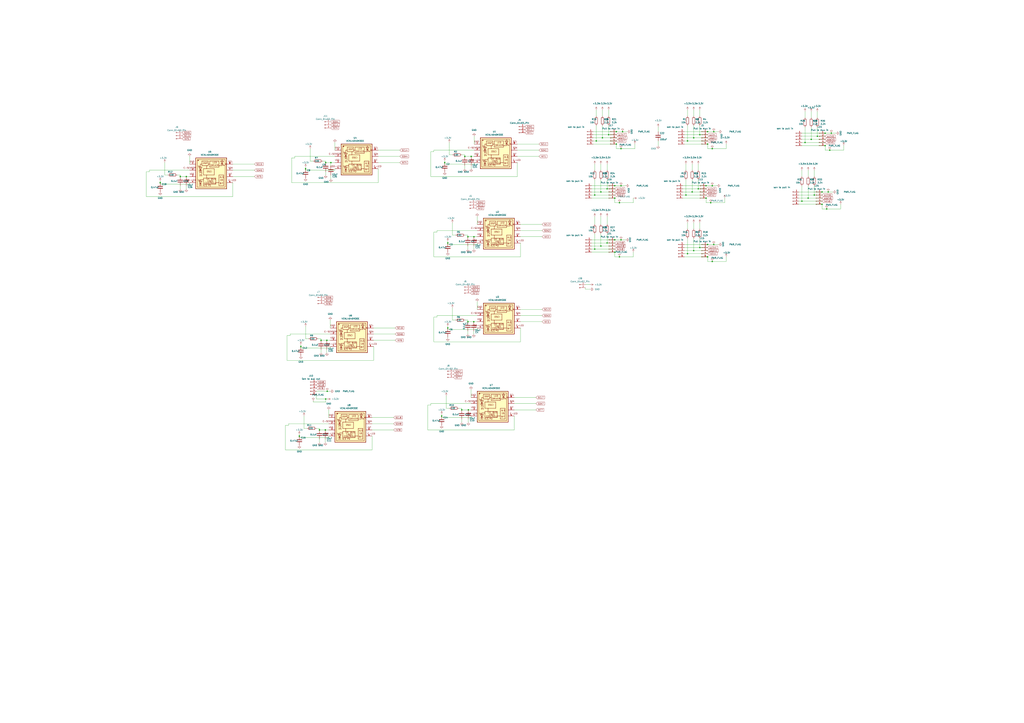
<source format=kicad_sch>
(kicad_sch (version 20230121) (generator eeschema)
  (paper "A1")
  (junction (at 584.962 122.174))
  (junction (at 267.208 353.314))
  (junction (at 262.382 353.314))
  (junction (at 488.442 160.274))
  (junction (at 510.032 197.104))
  (junction (at 263.652 279.654))
  (junction (at 488.442 204.724))
  (junction (at 247.142 284.734))
  (junction (at 661.162 117.094))
  (junction (at 245.872 358.394))
  (junction (at 267.462 327.914))
  (junction (at 564.642 208.534))
  (junction (at 131.572 150.114))
  (junction (at 586.232 200.914))
  (junction (at 663.702 162.814))
  (junction (at 148.082 145.034))
  (junction (at 384.302 194.564))
  (junction (at 508.762 211.074))
  (junction (at 498.602 155.194))
  (junction (at 389.255 194.564))
  (junction (at 504.952 197.104))
  (junction (at 365.252 133.604))
  (junction (at 499.872 110.744))
  (junction (at 579.882 162.814))
  (junction (at 494.792 113.284))
  (junction (at 506.222 118.364))
  (junction (at 271.78 133.604))
  (junction (at 568.452 157.734))
  (junction (at 675.132 167.894))
  (junction (at 681.482 123.444))
  (junction (at 384.683 336.804))
  (junction (at 574.802 203.454))
  (junction (at 384.302 264.414))
  (junction (at 563.372 160.274))
  (junction (at 389.128 264.414))
  (junction (at 153.035 145.034))
  (junction (at 267.462 133.604))
  (junction (at 581.152 118.364))
  (junction (at 381.762 128.524))
  (junction (at 367.792 199.644))
  (junction (at 581.152 211.074))
  (junction (at 677.672 109.474))
  (junction (at 510.032 122.174))
  (junction (at 569.722 205.994))
  (junction (at 493.522 157.734))
  (junction (at 677.672 119.634))
  (junction (at 675.132 157.734))
  (junction (at 569.722 113.284))
  (junction (at 489.712 115.824))
  (junction (at 362.712 341.884))
  (junction (at 671.322 112.014))
  (junction (at 574.802 110.744))
  (junction (at 581.152 200.914))
  (junction (at 678.942 171.704))
  (junction (at 584.962 152.654))
  (junction (at 386.969 128.524))
  (junction (at 379.222 336.804))
  (junction (at 268.478 279.654))
  (junction (at 682.752 109.474))
  (junction (at 504.952 162.814))
  (junction (at 668.782 160.274))
  (junction (at 586.232 108.204))
  (junction (at 680.212 157.734))
  (junction (at 250.952 138.684))
  (junction (at 564.642 115.824))
  (junction (at 493.522 202.184))
  (junction (at 508.762 166.624))
  (junction (at 498.602 199.644))
  (junction (at 573.532 155.194))
  (junction (at 511.302 108.204))
  (junction (at 579.882 152.654))
  (junction (at 666.242 114.554))
  (junction (at 581.152 108.204))
  (junction (at 510.032 152.654))
  (junction (at 367.792 269.494))
  (junction (at 506.222 108.204))
  (junction (at 658.622 165.354))
  (junction (at 504.952 207.264))
  (junction (at 584.962 214.884))
  (junction (at 504.952 152.654))
  (junction (at 583.692 166.624))
  (junction (at 268.732 321.564))
  (wire (pts (xy 122.682 141.224) (xy 122.682 139.954)))
  (wire (pts (xy 250.952 137.414) (xy 250.952 138.684)))
  (wire (pts (xy 257.302 330.454) (xy 267.462 330.454)))
  (wire (pts (xy 384.302 274.574) (xy 384.302 272.034)))
  (wire (pts (xy 521.462 118.364) (xy 521.462 122.174)))
  (wire (pts (xy 493.522 157.734) (xy 504.952 157.734)))
  (wire (pts (xy 596.392 211.074) (xy 596.392 214.884)))
  (wire (pts (xy 235.712 296.164) (xy 306.832 296.164)))
  (wire (pts (xy 376.682 335.534) (xy 379.222 335.534)))
  (wire (pts (xy 371.602 183.134) (xy 371.602 193.294)))
  (wire (pts (xy 569.722 183.134) (xy 569.722 188.214)))
  (wire (pts (xy 153.035 145.034) (xy 155.702 145.034)))
  (wire (pts (xy 504.952 211.074) (xy 508.762 211.074)))
  (wire (pts (xy 358.902 259.334) (xy 391.922 259.334)))
  (wire (pts (xy 499.872 90.424) (xy 499.872 95.504)))
  (wire (pts (xy 427.482 184.404) (xy 445.262 184.404)))
  (wire (pts (xy 365.252 134.874) (xy 365.252 133.604)))
  (wire (pts (xy 384.683 346.964) (xy 384.683 344.424)))
  (wire (pts (xy 271.78 136.398) (xy 271.78 133.604)))
  (wire (pts (xy 562.102 205.994) (xy 569.722 205.994)))
  (wire (pts (xy 191.262 145.034) (xy 209.042 145.034)))
  (wire (pts (xy 584.962 214.884) (xy 596.392 214.884)))
  (wire (pts (xy 122.682 139.954) (xy 155.702 139.954)))
  (wire (pts (xy 305.562 369.824) (xy 305.562 358.394)))
  (wire (pts (xy 268.478 279.654) (xy 271.272 279.654)))
  (wire (pts (xy 562.102 200.914) (xy 581.152 200.914)))
  (wire (pts (xy 358.902 260.604) (xy 358.902 259.334)))
  (wire (pts (xy 498.602 147.574) (xy 498.602 155.194)))
  (wire (pts (xy 485.902 199.644) (xy 498.602 199.644)))
  (wire (pts (xy 584.962 122.174) (xy 596.392 122.174)))
  (wire (pts (xy 384.302 263.144) (xy 384.302 264.414)))
  (wire (pts (xy 389.128 264.414) (xy 391.922 264.414)))
  (wire (pts (xy 131.572 151.384) (xy 131.572 150.114)))
  (wire (pts (xy 658.622 152.654) (xy 658.622 165.354)))
  (wire (pts (xy 257.302 329.565) (xy 257.302 330.454)))
  (wire (pts (xy 520.192 207.264) (xy 520.192 211.074)))
  (wire (pts (xy 485.902 152.654) (xy 504.952 152.654)))
  (wire (pts (xy 656.082 167.894) (xy 675.132 167.894)))
  (wire (pts (xy 487.172 115.824) (xy 489.712 115.824)))
  (wire (pts (xy 367.792 270.764) (xy 391.922 270.764)))
  (wire (pts (xy 560.832 155.194) (xy 573.532 155.194)))
  (wire (pts (xy 563.372 147.574) (xy 563.372 160.274)))
  (wire (pts (xy 487.172 118.364) (xy 506.222 118.364)))
  (wire (pts (xy 358.902 190.754) (xy 358.902 189.484)))
  (wire (pts (xy 379.222 335.534) (xy 379.222 336.804)))
  (wire (pts (xy 254.762 122.174) (xy 254.762 132.334)))
  (wire (pts (xy 369.062 127.254) (xy 371.602 127.254)))
  (wire (pts (xy 250.952 139.954) (xy 275.082 139.954)))
  (wire (pts (xy 583.692 166.624) (xy 595.122 166.624)))
  (wire (pts (xy 510.032 152.654) (xy 513.842 152.654)))
  (wire (pts (xy 367.792 198.374) (xy 367.792 199.644)))
  (wire (pts (xy 305.562 343.154) (xy 323.342 343.154)))
  (wire (pts (xy 271.272 286.004) (xy 271.272 284.734)))
  (wire (pts (xy 422.402 326.644) (xy 440.182 326.644)))
  (wire (pts (xy 511.302 108.204) (xy 515.112 108.204)))
  (wire (pts (xy 562.102 113.284) (xy 569.722 113.284)))
  (wire (pts (xy 668.782 139.954) (xy 668.782 145.034)))
  (wire (pts (xy 671.322 104.394) (xy 671.322 112.014)))
  (wire (pts (xy 306.832 269.494) (xy 324.612 269.494)))
  (wire (pts (xy 234.442 349.504) (xy 234.442 369.824)))
  (wire (pts (xy 520.192 162.814) (xy 520.192 166.624)))
  (wire (pts (xy 675.132 157.734) (xy 680.212 157.734)))
  (wire (pts (xy 681.482 123.444) (xy 692.912 123.444)))
  (wire (pts (xy 424.942 118.364) (xy 442.722 118.364)))
  (wire (pts (xy 351.282 332.994) (xy 351.282 353.314)))
  (wire (pts (xy 680.212 157.734) (xy 684.022 157.734)))
  (wire (pts (xy 560.832 160.274) (xy 563.372 160.274)))
  (wire (pts (xy 586.232 108.204) (xy 590.042 108.204)))
  (wire (pts (xy 581.152 214.884) (xy 584.962 214.884)))
  (wire (pts (xy 574.802 183.134) (xy 574.802 188.214)))
  (wire (pts (xy 569.722 113.284) (xy 581.152 113.284)))
  (wire (pts (xy 247.142 286.004) (xy 247.142 284.734)))
  (wire (pts (xy 568.452 157.734) (xy 579.882 157.734)))
  (wire (pts (xy 379.222 127.254) (xy 381.762 127.254)))
  (wire (pts (xy 581.152 118.364) (xy 581.152 122.174)))
  (wire (pts (xy 658.622 117.094) (xy 661.162 117.094)))
  (wire (pts (xy 586.232 200.914) (xy 590.042 200.914)))
  (wire (pts (xy 498.602 199.644) (xy 504.952 199.644)))
  (wire (pts (xy 569.722 205.994) (xy 581.152 205.994)))
  (wire (pts (xy 247.142 283.464) (xy 247.142 284.734)))
  (wire (pts (xy 379.222 336.804) (xy 384.683 336.804)))
  (wire (pts (xy 488.442 134.874) (xy 488.442 139.954)))
  (wire (pts (xy 581.152 200.914) (xy 586.232 200.914)))
  (wire (pts (xy 386.842 320.294) (xy 386.842 326.644)))
  (wire (pts (xy 564.642 90.424) (xy 564.642 95.504)))
  (wire (pts (xy 245.872 357.124) (xy 245.872 358.394)))
  (wire (pts (xy 263.652 278.384) (xy 263.652 279.654)))
  (wire (pts (xy 427.482 254.254) (xy 445.262 254.254)))
  (wire (pts (xy 487.172 108.204) (xy 506.222 108.204)))
  (wire (pts (xy 678.942 171.704) (xy 690.372 171.704)))
  (wire (pts (xy 485.902 197.104) (xy 504.952 197.104)))
  (wire (pts (xy 569.722 90.424) (xy 569.722 95.504)))
  (wire (pts (xy 484.632 233.934) (xy 480.822 233.934)))
  (wire (pts (xy 391.922 200.914) (xy 391.922 199.644)))
  (wire (pts (xy 661.162 104.394) (xy 661.162 117.094)))
  (wire (pts (xy 564.642 195.834) (xy 564.642 208.534)))
  (wire (pts (xy 661.162 117.094) (xy 677.672 117.094)))
  (wire (pts (xy 263.652 279.654) (xy 268.478 279.654)))
  (wire (pts (xy 242.062 129.794) (xy 239.522 129.794)))
  (wire (pts (xy 263.652 289.814) (xy 263.652 287.274)))
  (wire (pts (xy 267.462 330.454) (xy 267.462 327.914)))
  (wire (pts (xy 191.262 134.874) (xy 209.042 134.874)))
  (wire (pts (xy 424.942 123.444) (xy 442.722 123.444)))
  (wire (pts (xy 564.642 115.824) (xy 581.152 115.824)))
  (wire (pts (xy 485.902 160.274) (xy 488.442 160.274)))
  (wire (pts (xy 485.902 157.734) (xy 493.522 157.734)))
  (wire (pts (xy 389.382 112.014) (xy 389.382 118.364)))
  (wire (pts (xy 120.142 161.544) (xy 191.262 161.544)))
  (wire (pts (xy 268.732 327.914) (xy 267.462 327.914)))
  (wire (pts (xy 504.952 162.814) (xy 504.952 166.624)))
  (wire (pts (xy 131.572 148.844) (xy 131.572 150.114)))
  (wire (pts (xy 682.752 109.474) (xy 686.562 109.474)))
  (wire (pts (xy 656.082 162.814) (xy 663.702 162.814)))
  (wire (pts (xy 367.792 200.914) (xy 367.792 199.644)))
  (wire (pts (xy 250.952 278.384) (xy 253.492 278.384)))
  (wire (pts (xy 310.642 128.524) (xy 328.422 128.524)))
  (wire (pts (xy 506.222 122.174) (xy 510.032 122.174)))
  (wire (pts (xy 389.382 134.874) (xy 389.382 133.604)))
  (wire (pts (xy 484.632 237.744) (xy 480.822 237.744)))
  (wire (pts (xy 562.102 203.454) (xy 574.802 203.454)))
  (wire (pts (xy 389.255 204.724) (xy 389.255 202.184)))
  (wire (pts (xy 595.122 162.814) (xy 595.122 166.624)))
  (wire (pts (xy 155.702 128.524) (xy 155.702 134.874)))
  (wire (pts (xy 424.942 145.034) (xy 424.942 133.604)))
  (wire (pts (xy 270.002 359.664) (xy 270.002 358.394)))
  (wire (pts (xy 148.082 145.034) (xy 153.035 145.034)))
  (wire (pts (xy 384.302 204.724) (xy 384.302 202.184)))
  (wire (pts (xy 574.802 203.454) (xy 581.152 203.454)))
  (wire (pts (xy 581.152 211.074) (xy 581.152 214.884)))
  (wire (pts (xy 427.482 264.414) (xy 445.262 264.414)))
  (wire (pts (xy 560.832 157.734) (xy 568.452 157.734)))
  (wire (pts (xy 235.712 275.844) (xy 235.712 296.164)))
  (wire (pts (xy 574.802 195.834) (xy 574.802 203.454)))
  (wire (pts (xy 658.622 109.474) (xy 677.672 109.474)))
  (wire (pts (xy 562.102 211.074) (xy 581.152 211.074)))
  (wire (pts (xy 305.562 348.234) (xy 323.342 348.234)))
  (wire (pts (xy 267.208 363.474) (xy 267.208 360.934)))
  (wire (pts (xy 568.452 134.874) (xy 568.452 139.954)))
  (wire (pts (xy 422.402 336.804) (xy 440.182 336.804)))
  (wire (pts (xy 498.602 134.874) (xy 498.602 139.954)))
  (wire (pts (xy 271.78 146.939) (xy 271.78 144.018)))
  (wire (pts (xy 581.152 108.204) (xy 586.232 108.204)))
  (wire (pts (xy 489.712 103.124) (xy 489.712 115.824)))
  (wire (pts (xy 259.842 327.914) (xy 259.842 324.104)))
  (wire (pts (xy 493.522 202.184) (xy 504.952 202.184)))
  (wire (pts (xy 358.902 260.604) (xy 356.362 260.604)))
  (wire (pts (xy 386.842 343.154) (xy 386.842 341.884)))
  (wire (pts (xy 259.842 327.914) (xy 267.462 327.914)))
  (wire (pts (xy 362.712 343.154) (xy 362.712 341.884)))
  (wire (pts (xy 656.082 165.354) (xy 658.622 165.354)))
  (wire (pts (xy 242.062 128.524) (xy 275.082 128.524)))
  (wire (pts (xy 485.902 207.264) (xy 504.952 207.264)))
  (wire (pts (xy 562.102 208.534) (xy 564.642 208.534)))
  (wire (pts (xy 386.969 138.684) (xy 386.969 136.144)))
  (wire (pts (xy 268.478 289.814) (xy 268.478 287.274)))
  (wire (pts (xy 358.902 190.754) (xy 356.362 190.754)))
  (wire (pts (xy 569.722 103.124) (xy 569.722 113.284)))
  (wire (pts (xy 485.902 162.814) (xy 504.952 162.814)))
  (wire (pts (xy 191.262 161.544) (xy 191.262 150.114)))
  (wire (pts (xy 267.462 143.764) (xy 267.462 141.224)))
  (wire (pts (xy 485.902 202.184) (xy 493.522 202.184)))
  (wire (pts (xy 155.702 151.384) (xy 155.702 150.114)))
  (wire (pts (xy 131.572 151.384) (xy 155.702 151.384)))
  (wire (pts (xy 369.062 117.094) (xy 369.062 127.254)))
  (wire (pts (xy 356.362 190.754) (xy 356.362 211.074)))
  (wire (pts (xy 504.952 207.264) (xy 504.952 211.074)))
  (wire (pts (xy 573.532 147.574) (xy 573.532 155.194)))
  (wire (pts (xy 658.622 139.954) (xy 658.622 145.034)))
  (wire (pts (xy 145.542 143.764) (xy 148.082 143.764)))
  (wire (pts (xy 262.382 352.044) (xy 262.382 353.314)))
  (wire (pts (xy 310.642 150.114) (xy 310.642 138.684)))
  (wire (pts (xy 275.082 139.954) (xy 275.082 138.684)))
  (wire (pts (xy 498.602 192.024) (xy 498.602 199.644)))
  (wire (pts (xy 267.208 353.314) (xy 270.002 353.314)))
  (wire (pts (xy 427.482 211.074) (xy 427.482 199.644)))
  (wire (pts (xy 663.702 139.954) (xy 663.702 145.034)))
  (wire (pts (xy 271.272 263.144) (xy 271.272 269.494)))
  (wire (pts (xy 568.452 147.574) (xy 568.452 157.734)))
  (wire (pts (xy 488.442 192.024) (xy 488.442 204.724)))
  (wire (pts (xy 690.372 167.894) (xy 690.372 171.704)))
  (wire (pts (xy 574.802 110.744) (xy 581.152 110.744)))
  (wire (pts (xy 427.482 259.334) (xy 445.262 259.334)))
  (wire (pts (xy 510.032 197.104) (xy 513.842 197.104)))
  (wire (pts (xy 579.882 152.654) (xy 584.962 152.654)))
  (wire (pts (xy 122.682 141.224) (xy 120.142 141.224)))
  (wire (pts (xy 267.462 133.604) (xy 271.78 133.604)))
  (wire (pts (xy 384.302 264.414) (xy 389.128 264.414)))
  (wire (pts (xy 381.762 128.524) (xy 386.969 128.524)))
  (wire (pts (xy 666.242 104.394) (xy 666.242 114.554)))
  (wire (pts (xy 427.482 194.564) (xy 445.262 194.564)))
  (wire (pts (xy 362.712 340.614) (xy 362.712 341.884)))
  (wire (pts (xy 658.622 119.634) (xy 677.672 119.634)))
  (wire (pts (xy 135.382 143.764) (xy 137.922 143.764)))
  (wire (pts (xy 498.602 155.194) (xy 504.952 155.194)))
  (wire (pts (xy 668.782 152.654) (xy 668.782 160.274)))
  (wire (pts (xy 510.032 122.174) (xy 521.462 122.174)))
  (wire (pts (xy 581.152 122.174) (xy 584.962 122.174)))
  (wire (pts (xy 386.969 128.524) (xy 389.382 128.524)))
  (wire (pts (xy 540.512 115.824) (xy 540.512 119.634)))
  (wire (pts (xy 666.242 114.554) (xy 677.672 114.554)))
  (wire (pts (xy 366.522 335.534) (xy 369.062 335.534)))
  (wire (pts (xy 353.822 124.714) (xy 353.822 145.034)))
  (wire (pts (xy 488.442 147.574) (xy 488.442 160.274)))
  (wire (pts (xy 148.082 155.194) (xy 148.082 152.654)))
  (wire (pts (xy 120.142 141.224) (xy 120.142 161.544)))
  (wire (pts (xy 381.762 138.684) (xy 381.762 136.144)))
  (wire (pts (xy 573.532 134.874) (xy 573.532 139.954)))
  (wire (pts (xy 569.722 195.834) (xy 569.722 205.994)))
  (wire (pts (xy 356.362 260.604) (xy 356.362 280.924)))
  (wire (pts (xy 668.782 160.274) (xy 675.132 160.274)))
  (wire (pts (xy 236.982 349.504) (xy 234.442 349.504)))
  (wire (pts (xy 677.672 123.444) (xy 681.482 123.444)))
  (wire (pts (xy 564.642 208.534) (xy 581.152 208.534)))
  (wire (pts (xy 259.842 352.044) (xy 262.382 352.044)))
  (wire (pts (xy 356.362 211.074) (xy 427.482 211.074)))
  (wire (pts (xy 504.952 197.104) (xy 510.032 197.104)))
  (wire (pts (xy 494.792 113.284) (xy 506.222 113.284)))
  (wire (pts (xy 391.922 178.054) (xy 391.922 184.404)))
  (wire (pts (xy 381.762 127.254) (xy 381.762 128.524)))
  (wire (pts (xy 384.302 193.294) (xy 384.302 194.564)))
  (wire (pts (xy 268.732 321.564) (xy 271.272 321.564)))
  (wire (pts (xy 560.832 162.814) (xy 579.882 162.814)))
  (wire (pts (xy 579.882 166.624) (xy 583.692 166.624)))
  (wire (pts (xy 480.822 237.744) (xy 480.822 236.474)))
  (wire (pts (xy 540.512 104.394) (xy 540.512 108.204)))
  (wire (pts (xy 427.482 189.484) (xy 445.262 189.484)))
  (wire (pts (xy 677.672 119.634) (xy 677.672 123.444)))
  (wire (pts (xy 675.132 167.894) (xy 675.132 171.704)))
  (wire (pts (xy 268.732 321.564) (xy 259.842 321.564)))
  (wire (pts (xy 493.522 192.024) (xy 493.522 202.184)))
  (wire (pts (xy 560.832 152.654) (xy 579.882 152.654)))
  (wire (pts (xy 666.242 91.694) (xy 666.242 96.774)))
  (wire (pts (xy 677.672 109.474) (xy 682.752 109.474)))
  (wire (pts (xy 153.035 155.194) (xy 153.035 152.654)))
  (wire (pts (xy 236.982 348.234) (xy 270.002 348.234)))
  (wire (pts (xy 487.172 110.744) (xy 499.872 110.744)))
  (wire (pts (xy 499.872 103.124) (xy 499.872 110.744)))
  (wire (pts (xy 365.252 134.874) (xy 389.382 134.874)))
  (wire (pts (xy 310.642 123.444) (xy 328.422 123.444)))
  (wire (pts (xy 306.832 296.164) (xy 306.832 284.734)))
  (wire (pts (xy 384.683 336.804) (xy 386.842 336.804)))
  (wire (pts (xy 367.792 268.224) (xy 367.792 269.494)))
  (wire (pts (xy 353.822 331.724) (xy 386.842 331.724)))
  (wire (pts (xy 499.872 110.744) (xy 506.222 110.744)))
  (wire (pts (xy 353.822 145.034) (xy 424.942 145.034)))
  (wire (pts (xy 562.102 115.824) (xy 564.642 115.824)))
  (wire (pts (xy 267.462 132.334) (xy 267.462 133.604)))
  (wire (pts (xy 389.128 274.574) (xy 389.128 272.034)))
  (wire (pts (xy 563.372 160.274) (xy 579.882 160.274)))
  (wire (pts (xy 485.902 155.194) (xy 498.602 155.194)))
  (wire (pts (xy 275.082 117.094) (xy 275.082 123.444)))
  (wire (pts (xy 238.252 274.574) (xy 271.272 274.574)))
  (wire (pts (xy 391.922 247.904) (xy 391.922 254.254)))
  (wire (pts (xy 262.382 363.474) (xy 262.382 360.934)))
  (wire (pts (xy 306.832 274.574) (xy 324.612 274.574)))
  (wire (pts (xy 379.222 346.964) (xy 379.222 344.424)))
  (wire (pts (xy 366.522 325.374) (xy 366.522 335.534)))
  (wire (pts (xy 658.622 165.354) (xy 675.132 165.354)))
  (wire (pts (xy 367.792 277.749) (xy 367.792 277.114)))
  (wire (pts (xy 498.602 178.054) (xy 498.602 184.404)))
  (wire (pts (xy 508.762 211.074) (xy 520.192 211.074)))
  (wire (pts (xy 574.802 90.424) (xy 574.802 95.504)))
  (wire (pts (xy 675.132 171.704) (xy 678.942 171.704)))
  (wire (pts (xy 504.952 166.624) (xy 508.762 166.624)))
  (wire (pts (xy 381.762 193.294) (xy 384.302 193.294)))
  (wire (pts (xy 249.682 341.884) (xy 249.682 352.044)))
  (wire (pts (xy 663.702 162.814) (xy 675.132 162.814)))
  (wire (pts (xy 356.362 124.714) (xy 356.362 123.444)))
  (wire (pts (xy 485.902 204.724) (xy 488.442 204.724)))
  (wire (pts (xy 148.082 143.764) (xy 148.082 145.034)))
  (wire (pts (xy 245.872 359.664) (xy 270.002 359.664)))
  (wire (pts (xy 362.712 343.154) (xy 386.842 343.154)))
  (wire (pts (xy 562.102 118.364) (xy 581.152 118.364)))
  (wire (pts (xy 494.792 90.424) (xy 494.792 95.504)))
  (wire (pts (xy 506.222 118.364) (xy 506.222 122.174)))
  (wire (pts (xy 371.602 263.144) (xy 374.142 263.144)))
  (wire (pts (xy 234.442 369.824) (xy 305.562 369.824)))
  (wire (pts (xy 351.282 353.314) (xy 422.402 353.314)))
  (wire (pts (xy 238.252 275.844) (xy 238.252 274.574)))
  (wire (pts (xy 250.952 139.954) (xy 250.952 138.684)))
  (wire (pts (xy 562.102 108.204) (xy 581.152 108.204)))
  (wire (pts (xy 306.832 279.654) (xy 324.612 279.654)))
  (wire (pts (xy 371.602 252.984) (xy 371.602 263.144)))
  (wire (pts (xy 356.362 280.924) (xy 427.482 280.924)))
  (wire (pts (xy 261.112 278.384) (xy 263.652 278.384)))
  (wire (pts (xy 356.362 124.714) (xy 353.822 124.714)))
  (wire (pts (xy 422.402 353.314) (xy 422.402 341.884)))
  (wire (pts (xy 663.702 152.654) (xy 663.702 162.814)))
  (wire (pts (xy 367.792 200.914) (xy 391.922 200.914)))
  (wire (pts (xy 236.982 349.504) (xy 236.982 348.234)))
  (wire (pts (xy 389.255 194.564) (xy 391.922 194.564)))
  (wire (pts (xy 271.78 133.604) (xy 275.082 133.604)))
  (wire (pts (xy 249.682 352.044) (xy 252.222 352.044)))
  (wire (pts (xy 656.082 157.734) (xy 675.132 157.734)))
  (wire (pts (xy 427.482 280.924) (xy 427.482 269.494)))
  (wire (pts (xy 488.442 178.054) (xy 488.442 184.404)))
  (wire (pts (xy 488.442 160.274) (xy 504.952 160.274)))
  (wire (pts (xy 661.162 91.694) (xy 661.162 96.774)))
  (wire (pts (xy 262.382 353.314) (xy 267.208 353.314)))
  (wire (pts (xy 574.802 103.124) (xy 574.802 110.744)))
  (wire (pts (xy 562.102 110.744) (xy 574.802 110.744)))
  (wire (pts (xy 579.882 162.814) (xy 579.882 166.624)))
  (wire (pts (xy 564.642 103.124) (xy 564.642 115.824)))
  (wire (pts (xy 353.822 332.994) (xy 351.282 332.994)))
  (wire (pts (xy 247.142 286.004) (xy 271.272 286.004)))
  (wire (pts (xy 494.792 103.124) (xy 494.792 113.284)))
  (wire (pts (xy 658.622 114.554) (xy 666.242 114.554)))
  (wire (pts (xy 506.222 108.204) (xy 511.302 108.204)))
  (wire (pts (xy 135.382 133.604) (xy 135.382 143.764)))
  (wire (pts (xy 692.912 119.634) (xy 692.912 123.444)))
  (wire (pts (xy 493.522 147.574) (xy 493.522 157.734)))
  (wire (pts (xy 191.262 139.954) (xy 209.042 139.954)))
  (wire (pts (xy 264.922 132.334) (xy 267.462 132.334)))
  (wire (pts (xy 371.602 193.294) (xy 374.142 193.294)))
  (wire (pts (xy 658.622 112.014) (xy 671.322 112.014)))
  (wire (pts (xy 671.322 91.694) (xy 671.322 96.774)))
  (wire (pts (xy 245.872 359.664) (xy 245.872 358.394)))
  (wire (pts (xy 487.172 113.284) (xy 494.792 113.284)))
  (wire (pts (xy 310.642 133.604) (xy 328.422 133.604)))
  (wire (pts (xy 254.762 132.334) (xy 257.302 132.334)))
  (wire (pts (xy 493.522 134.874) (xy 493.522 139.954)))
  (wire (pts (xy 356.362 123.444) (xy 389.382 123.444)))
  (wire (pts (xy 358.902 189.484) (xy 391.922 189.484)))
  (wire (pts (xy 422.402 331.724) (xy 440.182 331.724)))
  (wire (pts (xy 353.822 332.994) (xy 353.822 331.724)))
  (wire (pts (xy 242.062 129.794) (xy 242.062 128.524)))
  (wire (pts (xy 508.762 166.624) (xy 520.192 166.624)))
  (wire (pts (xy 493.522 177.8) (xy 493.522 184.404)))
  (wire (pts (xy 424.942 128.524) (xy 442.722 128.524)))
  (wire (pts (xy 305.562 353.314) (xy 323.342 353.314)))
  (wire (pts (xy 489.712 90.424) (xy 489.712 95.504)))
  (wire (pts (xy 391.922 270.764) (xy 391.922 269.494)))
  (wire (pts (xy 584.962 152.654) (xy 588.772 152.654)))
  (wire (pts (xy 504.952 152.654) (xy 510.032 152.654)))
  (wire (pts (xy 384.302 194.564) (xy 389.255 194.564)))
  (wire (pts (xy 250.952 268.224) (xy 250.952 278.384)))
  (wire (pts (xy 488.442 204.724) (xy 504.952 204.724)))
  (wire (pts (xy 239.522 129.794) (xy 239.522 150.114)))
  (wire (pts (xy 564.642 183.134) (xy 564.642 188.214)))
  (wire (pts (xy 381.762 263.144) (xy 384.302 263.144)))
  (wire (pts (xy 656.082 160.274) (xy 668.782 160.274)))
  (wire (pts (xy 367.792 270.764) (xy 367.792 269.494)))
  (wire (pts (xy 573.532 155.194) (xy 579.882 155.194)))
  (wire (pts (xy 270.002 336.804) (xy 270.002 343.154)))
  (wire (pts (xy 365.252 132.334) (xy 365.252 133.604)))
  (wire (pts (xy 563.372 134.874) (xy 563.372 139.954)))
  (wire (pts (xy 239.522 150.114) (xy 310.642 150.114)))
  (wire (pts (xy 489.712 115.824) (xy 506.222 115.824)))
  (wire (pts (xy 238.252 275.844) (xy 235.712 275.844)))
  (wire (pts (xy 596.392 118.364) (xy 596.392 122.174)))
  (wire (pts (xy 671.322 112.014) (xy 677.672 112.014)))
  (global_label "SDA5" (shape input) (at 209.042 139.954 0) (property "Intersheetrefs" "${INTERSHEET_REFS}" (effects hide)))
  (global_label "sdain4" (shape input) (at 581.152 205.994 0) (property "Intersheetrefs" "${INTERSHEET_REFS}" (effects hide)))
  (global_label "sdain3" (shape input) (at 504.952 157.734 0) (property "Intersheetrefs" "${INTERSHEET_REFS}" (effects hide)))
  (global_label "sclin5" (shape input) (at 677.672 112.014 0) (property "Intersheetrefs" "${INTERSHEET_REFS}" (effects hide)))
  (global_label "INT8" (shape input) (at 323.342 353.314 0) (property "Intersheetrefs" "${INTERSHEET_REFS}" (effects hide)))
  (global_label "SDA8" (shape input) (at 259.842 313.944 0) (property "Intersheetrefs" "${INTERSHEET_REFS}" (effects hide)))
  (global_label "intin2" (shape input) (at 579.882 160.274 0) (property "Intersheetrefs" "${INTERSHEET_REFS}" (effects hide)))
  (global_label "sclin7" (shape input) (at 506.222 110.744 0) (property "Intersheetrefs" "${INTERSHEET_REFS}" (effects hide)))
  (global_label "SCL5" (shape input) (at 149.606 111.506 0) (property "Intersheetrefs" "${INTERSHEET_REFS}" (effects hide)))
  (global_label "INT5" (shape input) (at 149.606 114.046 0) (property "Intersheetrefs" "${INTERSHEET_REFS}" (effects hide)))
  (global_label "SDA4" (shape input) (at 271.653 100.076 0) (property "Intersheetrefs" "${INTERSHEET_REFS}" (effects hide)))
  (global_label "INT6" (shape input) (at 324.612 279.654 0) (property "Intersheetrefs" "${INTERSHEET_REFS}" (effects hide)))
  (global_label "INT8" (shape input) (at 259.842 319.024 0) (property "Intersheetrefs" "${INTERSHEET_REFS}" (effects hide)))
  (global_label "sdain5" (shape input) (at 677.672 114.554 0) (property "Intersheetrefs" "${INTERSHEET_REFS}" (effects hide)))
  (global_label "SDA6" (shape input) (at 265.938 244.475 0) (property "Intersheetrefs" "${INTERSHEET_REFS}" (effects hide)))
  (global_label "SCL8" (shape input) (at 323.342 343.154 0) (property "Intersheetrefs" "${INTERSHEET_REFS}" (effects hide)))
  (global_label "SCL4" (shape input) (at 328.422 123.444 0) (property "Intersheetrefs" "${INTERSHEET_REFS}" (effects hide)))
  (global_label "INT7" (shape input) (at 440.182 336.804 0) (property "Intersheetrefs" "${INTERSHEET_REFS}" (effects hide)))
  (global_label "INT4" (shape input) (at 271.653 105.156 0) (property "Intersheetrefs" "${INTERSHEET_REFS}" (effects hide)))
  (global_label "SCL8" (shape input) (at 259.842 316.484 0) (property "Intersheetrefs" "${INTERSHEET_REFS}" (effects hide)))
  (global_label "intin3" (shape input) (at 504.952 160.274 0) (property "Intersheetrefs" "${INTERSHEET_REFS}" (effects hide)))
  (global_label "SDA1" (shape input) (at 431.165 104.013 0) (property "Intersheetrefs" "${INTERSHEET_REFS}" (effects hide)))
  (global_label "SDA7" (shape input) (at 440.182 331.724 0) (property "Intersheetrefs" "${INTERSHEET_REFS}" (effects hide)))
  (global_label "intin7" (shape input) (at 506.222 115.824 0) (property "Intersheetrefs" "${INTERSHEET_REFS}" (effects hide)))
  (global_label "SCL2" (shape input) (at 445.262 184.404 0) (property "Intersheetrefs" "${INTERSHEET_REFS}" (effects hide)))
  (global_label "INT5" (shape input) (at 209.042 145.034 0) (property "Intersheetrefs" "${INTERSHEET_REFS}" (effects hide)))
  (global_label "sdain7" (shape input) (at 506.222 113.284 0) (property "Intersheetrefs" "${INTERSHEET_REFS}" (effects hide)))
  (global_label "intin4" (shape input) (at 581.152 208.534 0) (property "Intersheetrefs" "${INTERSHEET_REFS}" (effects hide)))
  (global_label "sdain2" (shape input) (at 579.882 157.734 0) (property "Intersheetrefs" "${INTERSHEET_REFS}" (effects hide)))
  (global_label "intin8" (shape input) (at 504.952 204.724 0) (property "Intersheetrefs" "${INTERSHEET_REFS}" (effects hide)))
  (global_label "INT3" (shape input) (at 445.262 264.414 0) (property "Intersheetrefs" "${INTERSHEET_REFS}" (effects hide)))
  (global_label "SDA4" (shape input) (at 328.422 128.524 0) (property "Intersheetrefs" "${INTERSHEET_REFS}" (effects hide)))
  (global_label "SDA2" (shape input) (at 445.262 189.484 0) (property "Intersheetrefs" "${INTERSHEET_REFS}" (effects hide)))
  (global_label "INT1" (shape input) (at 442.722 128.524 0) (property "Intersheetrefs" "${INTERSHEET_REFS}" (effects hide)))
  (global_label "sclin6" (shape input) (at 675.132 160.274 0) (property "Intersheetrefs" "${INTERSHEET_REFS}" (effects hide)))
  (global_label "sclin8" (shape input) (at 504.952 199.644 0) (property "Intersheetrefs" "${INTERSHEET_REFS}" (effects hide)))
  (global_label "SDA3" (shape input) (at 445.262 259.334 0) (property "Intersheetrefs" "${INTERSHEET_REFS}" (effects hide)))
  (global_label "intin" (shape input) (at 581.152 115.824 0) (property "Intersheetrefs" "${INTERSHEET_REFS}" (effects hide)))
  (global_label "SCL7" (shape input) (at 440.182 326.644 0) (property "Intersheetrefs" "${INTERSHEET_REFS}" (effects hide)))
  (global_label "SCL5" (shape input) (at 209.042 134.874 0) (property "Intersheetrefs" "${INTERSHEET_REFS}" (effects hide)))
  (global_label "SDA6" (shape input) (at 324.612 274.574 0) (property "Intersheetrefs" "${INTERSHEET_REFS}" (effects hide)))
  (global_label "INT2" (shape input) (at 445.262 194.564 0) (property "Intersheetrefs" "${INTERSHEET_REFS}" (effects hide)))
  (global_label "intin5" (shape input) (at 677.672 117.094 0) (property "Intersheetrefs" "${INTERSHEET_REFS}" (effects hide)))
  (global_label "INT3" (shape input) (at 386.461 240.919 0) (property "Intersheetrefs" "${INTERSHEET_REFS}" (effects hide)))
  (global_label "SDA7" (shape input) (at 372.491 305.054 0) (property "Intersheetrefs" "${INTERSHEET_REFS}" (effects hide)))
  (global_label "SCL7" (shape input) (at 372.491 307.594 0) (property "Intersheetrefs" "${INTERSHEET_REFS}" (effects hide)))
  (global_label "sdain6" (shape input) (at 675.132 162.814 0) (property "Intersheetrefs" "${INTERSHEET_REFS}" (effects hide)))
  (global_label "SDA5" (shape input) (at 149.606 108.966 0) (property "Intersheetrefs" "${INTERSHEET_REFS}" (effects hide)))
  (global_label "SCL1" (shape input) (at 442.722 118.364 0) (property "Intersheetrefs" "${INTERSHEET_REFS}" (effects hide)))
  (global_label "INT7" (shape input) (at 372.491 310.134 0) (property "Intersheetrefs" "${INTERSHEET_REFS}" (effects hide)))
  (global_label "INT1" (shape input) (at 431.165 109.093 0) (property "Intersheetrefs" "${INTERSHEET_REFS}" (effects hide)))
  (global_label "INT6" (shape input) (at 265.938 249.555 0) (property "Intersheetrefs" "${INTERSHEET_REFS}" (effects hide)))
  (global_label "intin6" (shape input) (at 675.132 165.354 0) (property "Intersheetrefs" "${INTERSHEET_REFS}" (effects hide)))
  (global_label "SCL6" (shape input) (at 265.938 247.015 0) (property "Intersheetrefs" "${INTERSHEET_REFS}" (effects hide)))
  (global_label "SCL3" (shape input) (at 445.262 254.254 0) (property "Intersheetrefs" "${INTERSHEET_REFS}" (effects hide)))
  (global_label "SCL4" (shape input) (at 271.653 102.616 0) (property "Intersheetrefs" "${INTERSHEET_REFS}" (effects hide)))
  (global_label "sclin" (shape input) (at 581.152 110.744 0) (property "Intersheetrefs" "${INTERSHEET_REFS}" (effects hide)))
  (global_label "sclin3" (shape input) (at 504.952 155.194 0) (property "Intersheetrefs" "${INTERSHEET_REFS}" (effects hide)))
  (global_label "sdain" (shape input) (at 581.152 113.284 0) (property "Intersheetrefs" "${INTERSHEET_REFS}" (effects hide)))
  (global_label "SCL1" (shape input) (at 431.165 106.553 0) (property "Intersheetrefs" "${INTERSHEET_REFS}" (effects hide)))
  (global_label "sclin4" (shape input) (at 581.152 203.454 0) (property "Intersheetrefs" "${INTERSHEET_REFS}" (effects hide)))
  (global_label "SDA3" (shape input) (at 386.461 235.839 0) (property "Intersheetrefs" "${INTERSHEET_REFS}" (effects hide)))
  (global_label "INT2" (shape input) (at 390.779 171.196 0) (property "Intersheetrefs" "${INTERSHEET_REFS}" (effects hide)))
  (global_label "INT4" (shape input) (at 328.422 133.604 0) (property "Intersheetrefs" "${INTERSHEET_REFS}" (effects hide)))
  (global_label "sclin2" (shape input) (at 579.882 155.194 0) (property "Intersheetrefs" "${INTERSHEET_REFS}" (effects hide)))
  (global_label "sdain8" (shape input) (at 504.952 202.184 0) (property "Intersheetrefs" "${INTERSHEET_REFS}" (effects hide)))
  (global_label "SDA1" (shape input) (at 442.722 123.444 0) (property "Intersheetrefs" "${INTERSHEET_REFS}" (effects hide)))
  (global_label "SDA2" (shape input) (at 390.779 166.116 0) (property "Intersheetrefs" "${INTERSHEET_REFS}" (effects hide)))
  (global_label "SCL3" (shape input) (at 386.461 238.379 0) (property "Intersheetrefs" "${INTERSHEET_REFS}" (effects hide)))
  (global_label "SDA8" (shape input) (at 323.342 348.234 0) (property "Intersheetrefs" "${INTERSHEET_REFS}" (effects hide)))
  (global_label "SCL6" (shape input) (at 324.612 269.494 0) (property "Intersheetrefs" "${INTERSHEET_REFS}" (effects hide)))
  (global_label "SCL2" (shape input) (at 390.779 168.656 0) (property "Intersheetrefs" "${INTERSHEET_REFS}" (effects hide)))
  (symbol (lib_id "Connector:Conn_01x05_Pin") (at 672.592 114.554 0) (unit 1)
    (property "Reference" "J23" (at 673.227 104.394 0))
    (property "Value" "Pull to mux in" (at 673.227 106.934 0))
    (property "Footprint" "Connector_PinHeader_2.54mm:PinHeader_1x05_P2.54mm_Vertical" (effects hide))
  )
  (symbol (lib_id "Device:C") (at 540.512 112.014 0) (unit 1)
    (property "Reference" "C22" (at 541.782 109.474 0) (effects (justify left)))
    (property "Value" "100uF" (at 541.782 114.554 0) (effects (justify left)))
    (property "Footprint" "Capacitor_THT:CP_Radial_D5.0mm_P2.00mm" (effects hide))
  )
  (symbol (lib_id "power:+3.3V") (at 498.602 134.874 0) (unit 1)
    (property "Reference" "#PWR032" (effects hide))
    (property "Value" "+3.3V" (at 498.602 129.54 0))
  )
  (symbol (lib_id "power:GND") (at 379.222 346.964 0) (unit 1)
    (property "Reference" "#PWR046" (effects hide))
    (property "Value" "GND" (at 375.412 349.504 0))
  )
  (symbol (lib_id "power:GND") (at 155.702 128.524 180) (unit 1)
    (property "Reference" "#PWR063" (effects hide))
    (property "Value" "GND" (at 155.702 123.444 0))
  )
  (symbol (lib_id "Connector:Conn_01x02_Pin") (at 475.742 233.934 0) (unit 1)
    (property "Reference" "J28" (at 476.377 228.854 0))
    (property "Value" "Conn_01x02_Pin" (at 476.377 231.394 0))
    (property "Footprint" "TerminalBlock:TerminalBlock_bornier-2_P5.08mm" (effects hide))
  )
  (symbol (lib_id "Device:C") (at 367.792 203.454 0) (unit 1)
    (property "Reference" "C3" (at 369.062 200.914 0) (effects (justify left)))
    (property "Value" "0.47uF" (at 360.172 203.454 0) (effects (justify left)))
    (property "Footprint" "Capacitor_SMD:C_0805_2012Metric_Pad1.18x1.45mm_HandSolder" (effects hide))
  )
  (symbol (lib_id "power:GND") (at 389.382 112.014 180) (unit 1)
    (property "Reference" "#PWR02" (effects hide))
    (property "Value" "GND" (at 389.382 106.934 0))
  )
  (symbol (lib_id "Connector:Conn_01x03_Pin") (at 144.526 111.506 0) (unit 1)
    (property "Reference" "J9" (at 145.161 104.521 0))
    (property "Value" "Conn_01x03_Pin" (at 145.161 107.061 0))
    (property "Footprint" "Connector_PinHeader_2.54mm:PinHeader_1x03_P2.54mm_Vertical" (effects hide))
  )
  (symbol (lib_id "power:+3.3V") (at 671.322 91.694 0) (unit 1)
    (property "Reference" "#PWR084" (effects hide))
    (property "Value" "+3.3V" (at 671.322 87.249 0))
  )
  (symbol (lib_id "Connector:Conn_01x05_Pin") (at 499.872 202.184 0) (unit 1)
    (property "Reference" "J21" (at 500.507 192.024 0))
    (property "Value" "Pull to mux in" (at 500.507 194.564 0))
    (property "Footprint" "Connector_PinHeader_2.54mm:PinHeader_1x05_P2.54mm_Vertical" (effects hide))
  )
  (symbol (lib_id "power:PWR_FLAG") (at 584.962 152.654 0) (unit 1)
    (property "Reference" "#FLG022" (effects hide))
    (property "Value" "PWR_FLAG" (at 597.662 152.654 0) (effects (justify left)))
  )
  (symbol (lib_id "power:GND") (at 381.762 138.684 0) (unit 1)
    (property "Reference" "#PWR03" (effects hide))
    (property "Value" "GND" (at 377.952 141.224 0))
  )
  (symbol (lib_id "power:+3.3V") (at 245.872 357.124 0) (unit 1)
    (property "Reference" "#PWR050" (effects hide))
    (property "Value" "+3.3V" (at 245.872 353.314 0))
  )
  (symbol (lib_id "power:GND") (at 153.035 155.194 0) (unit 1)
    (property "Reference" "#PWR027" (effects hide))
    (property "Value" "GND" (at 149.225 157.734 0))
  )
  (symbol (lib_id "Connector:Conn_01x05_Pin") (at 501.142 113.284 0) (unit 1)
    (property "Reference" "J17" (at 501.777 103.124 0))
    (property "Value" "Pull to mux in" (at 501.777 105.664 0))
    (property "Footprint" "Connector_PinHeader_2.54mm:PinHeader_1x05_P2.54mm_Vertical" (effects hide))
  )
  (symbol (lib_id "Connector:Conn_01x03_Pin") (at 385.699 168.656 0) (unit 1)
    (property "Reference" "J5" (at 386.334 161.163 0))
    (property "Value" "Conn_01x03_Pin" (at 386.334 163.703 0))
    (property "Footprint" "Connector_PinHeader_2.54mm:PinHeader_1x03_P2.54mm_Vertical" (effects hide))
  )
  (symbol (lib_id "power:GND") (at 588.772 152.654 90) (unit 1)
    (property "Reference" "#PWR0122" (effects hide))
    (property "Value" "GND" (at 591.312 156.464 0))
  )
  (symbol (lib_id "power:PWR_FLAG") (at 510.032 122.174 0) (unit 1)
    (property "Reference" "#FLG025" (effects hide))
    (property "Value" "PWR_FLAG" (at 513.588 118.999 0))
  )
  (symbol (lib_id "power:+3.3V") (at 520.192 162.814 270) (unit 1)
    (property "Reference" "#PWR066" (effects hide))
    (property "Value" "+3.3V" (at 524.002 162.814 90) (effects (justify left)))
  )
  (symbol (lib_id "Device:R") (at 377.952 193.294 90) (unit 1)
    (property "Reference" "R5" (at 377.952 190.754 90) (effects (justify left)))
    (property "Value" "10E" (at 379.222 193.294 90) (effects (justify left)))
    (property "Footprint" "Resistor_SMD:R_0805_2012Metric_Pad1.20x1.40mm_HandSolder" (effects hide))
  )
  (symbol (lib_id "Device:C") (at 365.252 137.414 0) (unit 1)
    (property "Reference" "C2" (at 366.522 134.874 0) (effects (justify left)))
    (property "Value" "0.47uF" (at 357.632 137.414 0) (effects (justify left)))
    (property "Footprint" "Capacitor_SMD:C_0805_2012Metric_Pad1.18x1.45mm_HandSolder" (effects hide))
  )
  (symbol (lib_id "power:GND") (at 384.302 274.574 0) (unit 1)
    (property "Reference" "#PWR018" (effects hide))
    (property "Value" "GND" (at 380.492 277.114 0))
  )
  (symbol (lib_id "power:GND") (at 540.512 119.634 0) (unit 1)
    (property "Reference" "#PWR0114" (effects hide))
    (property "Value" "GND" (at 536.702 122.174 0))
  )
  (symbol (lib_id "Device:C") (at 384.302 198.374 0) (unit 1)
    (property "Reference" "C5" (at 386.842 198.374 0) (effects (justify left)))
    (property "Value" "0.1uF" (at 376.682 198.374 0) (effects (justify left)))
    (property "Footprint" "Capacitor_SMD:C_0805_2012Metric_Pad1.18x1.45mm_HandSolder" (effects hide))
  )
  (symbol (lib_id "Device:C") (at 268.478 283.464 0) (unit 1)
    (property "Reference" "C20" (at 269.621 288.417 0) (effects (justify left)))
    (property "Value" "10uF" (at 269.24 286.639 0) (effects (justify left)))
    (property "Footprint" "Capacitor_SMD:C_0805_2012Metric_Pad1.18x1.45mm_HandSolder" (effects hide))
  )
  (symbol (lib_id "power:PWR_FLAG") (at 510.032 152.654 0) (unit 1)
    (property "Reference" "#FLG028" (effects hide))
    (property "Value" "PWR_FLAG" (at 522.732 152.654 0) (effects (justify left)))
  )
  (symbol (lib_id "power:PWR_FLAG") (at 257.302 329.565 0) (unit 1)
    (property "Reference" "#FLG017" (effects hide))
    (property "Value" "PWR_FLAG" (at 261.112 324.485 0))
  )
  (symbol (lib_id "power:GND") (at 267.208 363.474 0) (unit 1)
    (property "Reference" "#PWR012" (effects hide))
    (property "Value" "GND" (at 263.398 366.014 0))
  )
  (symbol (lib_id "Connector:Conn_01x05_Pin") (at 557.022 205.994 0) (unit 1)
    (property "Reference" "J14" (at 572.897 190.754 0))
    (property "Value" "sen to pull in" (at 554.482 197.104 0))
    (property "Footprint" "Connector_PinHeader_2.54mm:PinHeader_1x05_P2.54mm_Vertical" (effects hide))
  )
  (symbol (lib_id "power:+3.3V") (at 658.622 139.954 0) (unit 1)
    (property "Reference" "#PWR0103" (effects hide))
    (property "Value" "+3.3V" (at 658.622 134.62 0))
  )
  (symbol (lib_id "Connector:Conn_01x03_Pin") (at 367.411 307.594 0) (unit 1)
    (property "Reference" "J8" (at 368.046 300.609 0))
    (property "Value" "Conn_01x03_Pin" (at 368.046 303.149 0))
    (property "Footprint" "Connector_PinHeader_2.54mm:PinHeader_1x03_P2.54mm_Vertical" (effects hide))
  )
  (symbol (lib_id "power:+3.3V") (at 250.952 268.224 0) (unit 1)
    (property "Reference" "#PWR038" (effects hide))
    (property "Value" "+3.3V" (at 249.682 264.414 0))
  )
  (symbol (lib_id "Device:R") (at 661.162 100.584 0) (unit 1)
    (property "Reference" "R28" (at 657.352 99.314 0) (effects (justify left)))
    (property "Value" "10k" (at 656.082 101.854 0) (effects (justify left)))
    (property "Footprint" "Resistor_SMD:R_0805_2012Metric_Pad1.20x1.40mm_HandSolder" (effects hide))
  )
  (symbol (lib_id "power:GND") (at 515.112 108.204 90) (unit 1)
    (property "Reference" "#PWR0119" (effects hide))
    (property "Value" "GND" (at 518.795 108.204 0))
  )
  (symbol (lib_id "Device:C") (at 153.035 148.844 0) (unit 1)
    (property "Reference" "C26" (at 154.178 153.797 0) (effects (justify left)))
    (property "Value" "10uF" (at 153.797 152.019 0) (effects (justify left)))
    (property "Footprint" "Capacitor_SMD:C_0805_2012Metric_Pad1.18x1.45mm_HandSolder" (effects hide))
  )
  (symbol (lib_id "Device:R") (at 498.602 143.764 0) (unit 1)
    (property "Reference" "R24" (at 501.142 142.494 0) (effects (justify left)))
    (property "Value" "2.2k" (at 501.142 145.034 0) (effects (justify left)))
    (property "Footprint" "Resistor_SMD:R_0805_2012Metric_Pad1.20x1.40mm_HandSolder" (effects hide))
  )
  (symbol (lib_id "power:GND") (at 513.842 197.104 90) (unit 1)
    (property "Reference" "#PWR0105" (effects hide))
    (property "Value" "GND" (at 517.398 197.104 0))
  )
  (symbol (lib_id "power:+3.3V") (at 564.642 90.424 0) (unit 1)
    (property "Reference" "#PWR081" (effects hide))
    (property "Value" "+3.3V" (at 564.642 85.09 0))
  )
  (symbol (lib_id "power:PWR_FLAG") (at 586.232 200.914 0) (unit 1)
    (property "Reference" "#FLG024" (effects hide))
    (property "Value" "PWR_FLAG" (at 598.932 200.914 0) (effects (justify left)))
  )
  (symbol (lib_id "Device:C") (at 379.222 340.614 0) (unit 1)
    (property "Reference" "C15" (at 381.762 340.614 0) (effects (justify left)))
    (property "Value" "0.1uF" (at 371.602 340.614 0) (effects (justify left)))
    (property "Footprint" "Capacitor_SMD:C_0805_2012Metric_Pad1.18x1.45mm_HandSolder" (effects hide))
  )
  (symbol (lib_id "power:+3.3V") (at 563.372 134.874 0) (unit 1)
    (property "Reference" "#PWR033" (effects hide))
    (property "Value" "+3.3V" (at 563.372 129.54 0))
  )
  (symbol (lib_id "Device:R") (at 666.242 100.584 0) (unit 1)
    (property "Reference" "R29" (at 667.512 99.314 0) (effects (justify left)))
    (property "Value" "2.2k" (at 667.512 101.854 0) (effects (justify left)))
    (property "Footprint" "Resistor_SMD:R_0805_2012Metric_Pad1.20x1.40mm_HandSolder" (effects hide))
  )
  (symbol (lib_id "power:GND") (at 365.252 141.224 0) (unit 1)
    (property "Reference" "#PWR01" (effects hide))
    (property "Value" "GND" (at 365.252 146.304 0))
  )
  (symbol (lib_id "Device:C") (at 389.255 198.374 0) (unit 1)
    (property "Reference" "C21" (at 390.398 203.327 0) (effects (justify left)))
    (property "Value" "10uF" (at 390.017 201.549 0) (effects (justify left)))
    (property "Footprint" "Capacitor_SMD:C_0805_2012Metric_Pad1.18x1.45mm_HandSolder" (effects hide))
  )
  (symbol (lib_id "power:PWR_FLAG") (at 268.732 321.564 0) (unit 1)
    (property "Reference" "#FLG018" (effects hide))
    (property "Value" "PWR_FLAG" (at 281.432 321.564 0) (effects (justify left)))
  )
  (symbol (lib_id "power:+3.3V") (at 488.442 134.874 0) (unit 1)
    (property "Reference" "#PWR030" (effects hide))
    (property "Value" "+3.3V" (at 488.442 129.54 0))
  )
  (symbol (lib_id "power:GND") (at 247.142 292.354 0) (unit 1)
    (property "Reference" "#PWR037" (effects hide))
    (property "Value" "GND" (at 247.142 297.434 0))
  )
  (symbol (lib_id "power:PWR_FLAG") (at 584.962 214.884 0) (unit 1)
    (property "Reference" "#FLG023" (effects hide))
    (property "Value" "PWR_FLAG" (at 589.026 211.963 0))
  )
  (symbol (lib_id "Device:R") (at 564.642 192.024 0) (unit 1)
    (property "Reference" "R16" (at 560.832 190.754 0) (effects (justify left)))
    (property "Value" "10k" (at 559.562 193.294 0) (effects (justify left)))
    (property "Footprint" "Resistor_SMD:R_0805_2012Metric_Pad1.20x1.40mm_HandSolder" (effects hide))
  )
  (symbol (lib_id "power:PWR_FLAG") (at 584.962 122.174 0) (unit 1)
    (property "Reference" "#FLG04" (effects hide))
    (property "Value" "PWR_FLAG" (at 588.772 117.094 0))
  )
  (symbol (lib_id "Connector:Conn_01x05_Pin") (at 653.542 114.554 0) (unit 1)
    (property "Reference" "J22" (at 669.417 99.314 0))
    (property "Value" "sen to pull in" (at 644.652 105.664 0))
    (property "Footprint" "Connector_PinHeader_2.54mm:PinHeader_1x05_P2.54mm_Vertical" (effects hide))
  )
  (symbol (lib_id "power:PWR_FLAG") (at 682.752 109.474 0) (unit 1)
    (property "Reference" "#FLG032" (effects hide))
    (property "Value" "PWR_FLAG" (at 695.452 109.474 0) (effects (justify left)))
  )
  (symbol (lib_id "power:GND") (at 391.922 247.904 180) (unit 1)
    (property "Reference" "#PWR021" (effects hide))
    (property "Value" "GND" (effects hide))
  )
  (symbol (lib_id "power:+3.3V") (at 521.462 118.364 0) (unit 1)
    (property "Reference" "#PWR073" (effects hide))
    (property "Value" "+3.3V" (at 521.462 115.189 0))
  )
  (symbol (lib_id "Device:R") (at 573.532 143.764 0) (unit 1)
    (property "Reference" "R15" (at 576.072 142.494 0) (effects (justify left)))
    (property "Value" "2.2k" (at 576.072 145.034 0) (effects (justify left)))
    (property "Footprint" "Resistor_SMD:R_0805_2012Metric_Pad1.20x1.40mm_HandSolder" (effects hide))
  )
  (symbol (lib_id "power:+3.3V") (at 268.732 327.914 270) (unit 1)
    (property "Reference" "#PWR055" (effects hide))
    (property "Value" "+3.3V" (at 272.542 327.914 90) (effects (justify left)))
  )
  (symbol (lib_id "power:PWR_FLAG") (at 586.232 108.204 0) (unit 1)
    (property "Reference" "#FLG03" (effects hide))
    (property "Value" "PWR_FLAG" (at 598.932 108.204 0) (effects (justify left)))
  )
  (symbol (lib_id "Device:C") (at 384.302 268.224 0) (unit 1)
    (property "Reference" "C7" (at 381.889 266.192 0) (effects (justify left)))
    (property "Value" "0.1uF" (at 381 270.764 90) (effects (justify left)))
    (property "Footprint" "Capacitor_SMD:C_0805_2012Metric_Pad1.18x1.45mm_HandSolder" (effects hide))
  )
  (symbol (lib_id "power:+3.3V") (at 498.602 178.054 0) (unit 1)
    (property "Reference" "#PWR067" (effects hide))
    (property "Value" "+3.3V" (at 498.602 172.72 0))
  )
  (symbol (lib_id "Device:C") (at 250.952 142.494 0) (unit 1)
    (property "Reference" "C8" (at 252.222 139.954 0) (effects (justify left)))
    (property "Value" "0.47uF" (at 243.332 142.494 0) (effects (justify left)))
    (property "Footprint" "Capacitor_SMD:C_0805_2012Metric_Pad1.18x1.45mm_HandSolder" (effects hide))
  )
  (symbol (lib_id "Device:R") (at 489.712 99.314 0) (unit 1)
    (property "Reference" "R19" (at 485.902 98.044 0) (effects (justify left)))
    (property "Value" "10k" (at 484.632 100.584 0) (effects (justify left)))
    (property "Footprint" "Resistor_SMD:R_0805_2012Metric_Pad1.20x1.40mm_HandSolder" (effects hide))
  )
  (symbol (lib_id "Connector:Conn_01x05_Pin") (at 254.762 319.024 0) (unit 1)
    (property "Reference" "J10" (at 255.397 308.864 0))
    (property "Value" "Sen to pull out" (at 255.397 311.404 0))
    (property "Footprint" "Connector_PinHeader_2.54mm:PinHeader_1x05_P2.54mm_Vertical" (effects hide))
  )
  (symbol (lib_id "power:+3.3V") (at 690.372 167.894 0) (unit 1)
    (property "Reference" "#PWR0100" (effects hide))
    (property "Value" "+3.3V" (at 690.372 164.084 0))
  )
  (symbol (lib_id "power:GND") (at 262.382 363.474 0) (unit 1)
    (property "Reference" "#PWR053" (effects hide))
    (property "Value" "GND" (at 258.572 366.014 0))
  )
  (symbol (lib_id "Device:C") (at 386.969 132.334 0) (unit 1)
    (property "Reference" "C24" (at 388.112 137.287 0) (effects (justify left)))
    (property "Value" "10uF" (at 387.731 135.509 0) (effects (justify left)))
    (property "Footprint" "Capacitor_SMD:C_0805_2012Metric_Pad1.18x1.45mm_HandSolder" (effects hide))
  )
  (symbol (lib_id "Connector:Conn_01x03_Pin") (at 426.085 106.553 0) (unit 1)
    (property "Reference" "J4" (at 426.72 98.552 0))
    (property "Value" "Conn_01x03_Pin" (at 426.72 101.092 0))
    (property "Footprint" "Connector_PinHeader_2.54mm:PinHeader_1x03_P2.54mm_Vertical" (effects hide))
  )
  (symbol (lib_id "power:GND") (at 275.082 117.094 180) (unit 1)
    (property "Reference" "#PWR028" (effects hide))
    (property "Value" "GND" (effects hide))
  )
  (symbol (lib_id "Device:R") (at 568.452 143.764 0) (unit 1)
    (property "Reference" "R14" (at 569.722 142.494 0) (effects (justify left)))
    (property "Value" "2.2k" (at 569.722 145.034 0) (effects (justify left)))
    (property "Footprint" "Resistor_SMD:R_0805_2012Metric_Pad1.20x1.40mm_HandSolder" (effects hide))
  )
  (symbol (lib_id "power:GND") (at 131.572 157.734 0) (unit 1)
    (property "Reference" "#PWR058" (effects hide))
    (property "Value" "GND" (at 131.572 162.814 0))
  )
  (symbol (lib_id "Connector:Conn_01x05_Pin") (at 480.822 157.734 0) (unit 1)
    (property "Reference" "J18" (at 496.697 142.494 0))
    (property "Value" "sen to pull in" (at 471.932 148.844 0))
    (property "Footprint" "Connector_PinHeader_2.54mm:PinHeader_1x05_P2.54mm_Vertical" (effects hide))
  )
  (symbol (lib_id "power:+3.3V") (at 520.192 207.264 0) (unit 1)
    (property "Reference" "#PWR068" (effects hide))
    (property "Value" "+3.3V" (at 520.192 203.708 0))
  )
  (symbol (lib_id "Device:C") (at 389.128 268.224 0) (unit 1)
    (property "Reference" "C4" (at 390.271 273.177 0) (effects (justify left)))
    (property "Value" "10uF" (at 389.89 271.399 0) (effects (justify left)))
    (property "Footprint" "Capacitor_SMD:C_0805_2012Metric_Pad1.18x1.45mm_HandSolder" (effects hide))
  )
  (symbol (lib_id "power:+3.3V") (at 494.792 90.424 0) (unit 1)
    (property "Reference" "#PWR076" (effects hide))
    (property "Value" "+3.3V" (at 494.792 85.09 0))
  )
  (symbol (lib_id "power:GND") (at 367.792 207.264 0) (unit 1)
    (property "Reference" "#PWR07" (effects hide))
    (property "Value" "GND" (at 367.792 212.344 0))
  )
  (symbol (lib_id "Connector:Conn_01x05_Pin") (at 576.072 205.994 0) (unit 1)
    (property "Reference" "J15" (at 576.707 195.834 0))
    (property "Value" "Pull to mux in" (at 576.707 198.374 0))
    (property "Footprint" "Connector_PinHeader_2.54mm:PinHeader_1x05_P2.54mm_Vertical" (effects hide))
  )
  (symbol (lib_id "VCNL4040M3OE:VCNL4040M3OE") (at 292.862 131.064 0) (unit 1)
    (property "Reference" "U4" (at 291.6696 113.284 0))
    (property "Value" "VCNL4040M3OE" (at 291.6696 115.824 0))
    (property "Footprint" "VCNL4040M3OE:VISHAY_VCNL4040_4X2X1.1" (effects hide))
    (property "TAPE_REEL" "YES" (effects hide))
    (property "MF" "Vishay" (effects hide))
    (property "Description" "\nOptical Sensor Ambient 550nm I2C 8-SMD Module\n" (effects hide))
    (property "Package" "None" (effects hide))
    (property "Price" "None" (effects hide))
    (property "VOLUME" "MOQ: 2500 pcs" (effects hide))
    (property "SnapEDA_Link" "https://www.snapeda.com/parts/VCNL4040M3OE/Vishay+Semiconductor+Opto+Division/view-part/?ref=snap" (effects hide))
    (property "MP" "VCNL4040M3OE" (effects hide))
    (property "Purchase-URL" "https://www.snapeda.com/api/url_track_click_mouser/?unipart_id=434280&manufacturer=Vishay&part_name=VCNL4040M3OE&search_term=vcnl4040" (effects hide))
    (property "Availability" "In Stock" (effects hide))
    (property "Check_prices" "https://www.snapeda.com/parts/VCNL4040M3OE/Vishay+Semiconductor+Opto+Division/view-part/?ref=eda" (effects hide))
  )
  (symbol (lib_id "Device:C") (at 367.792 273.304 0) (unit 1)
    (property "Reference" "C6" (at 369.062 270.764 0) (effects (justify left)))
    (property "Value" "0.47uF" (at 360.172 273.304 0) (effects (justify left)))
    (property "Footprint" "Capacitor_SMD:C_0805_2012Metric_Pad1.18x1.45mm_HandSolder" (effects hide))
  )
  (symbol (lib_id "Device:R") (at 488.442 188.214 0) (unit 1)
    (property "Reference" "R25" (at 484.632 186.944 0) (effects (justify left)))
    (property "Value" "10k" (at 483.362 189.484 0) (effects (justify left)))
    (property "Footprint" "Resistor_SMD:R_0805_2012Metric_Pad1.20x1.40mm_HandSolder" (effects hide))
  )
  (symbol (lib_id "power:+3.3V") (at 371.602 183.134 0) (unit 1)
    (property "Reference" "#PWR09" (effects hide))
    (property "Value" "+3.3V" (at 370.332 179.324 0))
  )
  (symbol (lib_id "power:PWR_FLAG") (at 508.762 211.074 0) (unit 1)
    (property "Reference" "#FLG029" (effects hide))
    (property "Value" "PWR_FLAG" (at 510.286 207.137 0))
  )
  (symbol (lib_id "power:GND") (at 686.562 109.474 90) (unit 1)
    (property "Reference" "#PWR0117" (effects hide))
    (property "Value" "GND" (at 690.372 109.474 0))
  )
  (symbol (lib_id "Device:C") (at 148.082 148.844 0) (unit 1)
    (property "Reference" "C19" (at 150.622 148.844 0) (effects (justify left)))
    (property "Value" "0.1uF" (at 140.462 148.844 0) (effects (justify left)))
    (property "Footprint" "Capacitor_SMD:C_0805_2012Metric_Pad1.18x1.45mm_HandSolder" (effects hide))
  )
  (symbol (lib_id "power:GND") (at 513.842 152.654 90) (unit 1)
    (property "Reference" "#PWR0120" (effects hide))
    (property "Value" "GND" (at 516.382 156.464 0))
  )
  (symbol (lib_id "power:+3.3V") (at 367.792 198.374 0) (unit 1)
    (property "Reference" "#PWR06" (effects hide))
    (property "Value" "+3.3V" (at 367.792 194.564 0))
  )
  (symbol (lib_id "power:+3.3V") (at 369.062 117.094 0) (unit 1)
    (property "Reference" "#PWR04" (effects hide))
    (property "Value" "+3.3V" (at 367.792 113.284 0))
  )
  (symbol (lib_id "power:+3.3V") (at 250.952 137.414 0) (unit 1)
    (property "Reference" "#PWR022" (effects hide))
    (property "Value" "+3.3V" (at 250.952 133.604 0))
  )
  (symbol (lib_id "Device:C") (at 267.462 137.414 0) (unit 1)
    (property "Reference" "C9" (at 264.668 135.382 0) (effects (justify left)))
    (property "Value" "0.1uF" (at 259.842 137.414 0) (effects (justify left)))
    (property "Footprint" "Capacitor_SMD:C_0805_2012Metric_Pad1.18x1.45mm_HandSolder" (effects hide))
  )
  (symbol (lib_id "power:GND") (at 384.683 346.964 0) (unit 1)
    (property "Reference" "#PWR010" (effects hide))
    (property "Value" "GND" (at 380.873 349.504 0))
  )
  (symbol (lib_id "Device:R") (at 499.872 99.314 0) (unit 1)
    (property "Reference" "R21" (at 502.412 98.044 0) (effects (justify left)))
    (property "Value" "2.2k" (at 502.412 100.584 0) (effects (justify left)))
    (property "Footprint" "Resistor_SMD:R_0805_2012Metric_Pad1.20x1.40mm_HandSolder" (effects hide))
  )
  (symbol (lib_id "power:+3.3V") (at 367.792 268.224 0) (unit 1)
    (property "Reference" "#PWR015" (effects hide))
    (property "Value" "+3.3V" (at 367.792 264.414 0))
  )
  (symbol (lib_id "Connector:Conn_01x05_Pin") (at 576.072 113.284 0) (unit 1)
    (property "Reference" "J3" (at 576.707 103.124 0))
    (property "Value" "Pull to mux in" (at 576.707 105.664 0))
    (property "Footprint" "Connector_PinHeader_2.54mm:PinHeader_1x05_P2.54mm_Vertical" (effects hide))
  )
  (symbol (lib_id "power:GND") (at 684.022 157.734 90) (unit 1)
    (property "Reference" "#PWR0116" (effects hide))
    (property "Value" "GND" (at 687.959 157.734 0))
  )
  (symbol (lib_id "power:+3.3V") (at 489.712 90.424 0) (unit 1)
    (property "Reference" "#PWR029" (effects hide))
    (property "Value" "+3.3V" (at 489.712 85.09 0))
  )
  (symbol (lib_id "power:+3.3V") (at 663.702 139.954 0) (unit 1)
    (property "Reference" "#PWR0102" (effects hide))
    (property "Value" "+3.3V" (at 663.702 134.62 0))
  )
  (symbol (lib_id "Device:C") (at 247.142 288.544 0) (unit 1)
    (property "Reference" "C12" (at 248.412 286.004 0) (effects (justify left)))
    (property "Value" "0.47uF" (at 239.522 288.544 0) (effects (justify left)))
    (property "Footprint" "Capacitor_SMD:C_0805_2012Metric_Pad1.18x1.45mm_HandSolder" (effects hide))
  )
  (symbol (lib_id "power:+3.3V") (at 365.252 132.334 0) (unit 1)
    (property "Reference" "#PWR05" (effects hide))
    (property "Value" "+3.3V" (at 365.252 128.524 0))
  )
  (symbol (lib_id "VCNL4040M3OE:VCNL4040M3OE") (at 287.782 350.774 0) (unit 1)
    (property "Reference" "U8" (at 286.5896 332.994 0))
    (property "Value" "VCNL4040M3OE" (at 286.5896 335.534 0))
    (property "Footprint" "VCNL4040M3OE:VISHAY_VCNL4040_4X2X1.1" (effects hide))
    (property "TAPE_REEL" "YES" (effects hide))
    (property "MF" "Vishay" (effects hide))
    (property "Description" "\nOptical Sensor Ambient 550nm I2C 8-SMD Module\n" (effects hide))
    (property "Package" "None" (effects hide))
    (property "Price" "None" (effects hide))
    (property "VOLUME" "MOQ: 2500 pcs" (effects hide))
    (property "SnapEDA_Link" "https://www.snapeda.com/parts/VCNL4040M3OE/Vishay+Semiconductor+Opto+Division/view-part/?ref=snap" (effects hide))
    (property "MP" "VCNL4040M3OE" (effects hide))
    (property "Purchase-URL" "https://www.snapeda.com/api/url_track_click_mouser/?unipart_id=434280&manufacturer=Vishay&part_name=VCNL4040M3OE&search_term=vcnl4040" (effects hide))
    (property "Availability" "In Stock" (effects hide))
    (property "Check_prices" "https://www.snapeda.com/parts/VCNL4040M3OE/Vishay+Semiconductor+Opto+Division/view-part/?ref=eda" (effects hide))
  )
  (symbol (lib_id "power:GND") (at 386.969 138.684 0) (unit 1)
    (property "Reference" "#PWR020" (effects hide))
    (property "Value" "GND" (at 383.159 141.224 0))
  )
  (symbol (lib_id "Device:R") (at 668.782 148.844 0) (unit 1)
    (property "Reference" "R33" (at 671.322 147.574 0) (effects (justify left)))
    (property "Value" "2.2k" (at 671.322 150.114 0) (effects (justify left)))
    (property "Footprint" "Resistor_SMD:R_0805_2012Metric_Pad1.20x1.40mm_HandSolder" (effects hide))
  )
  (symbol (lib_id "power:+3.3V") (at 666.242 91.694 0) (unit 1)
    (property "Reference" "#PWR083" (effects hide))
    (property "Value" "+3.3V" (at 666.115 88.519 0))
  )
  (symbol (lib_id "Connector:Conn_01x05_Pin") (at 651.002 162.814 0) (unit 1)
    (property "Reference" "J24" (at 666.877 147.574 0))
    (property "Value" "sen to pull in" (at 642.112 153.924 0))
    (property "Footprint" "Connector_PinHeader_2.54mm:PinHeader_1x05_P2.54mm_Vertical" (effects hide))
  )
  (symbol (lib_id "Device:R") (at 563.372 143.764 0) (unit 1)
    (property "Reference" "R13" (at 559.562 142.494 0) (effects (justify left)))
    (property "Value" "10k" (at 558.292 145.034 0) (effects (justify left)))
    (property "Footprint" "Resistor_SMD:R_0805_2012Metric_Pad1.20x1.40mm_HandSolder" (effects hide))
  )
  (symbol (lib_id "Device:C") (at 245.872 362.204 0) (unit 1)
    (property "Reference" "C16" (at 247.142 359.664 0) (effects (justify left)))
    (property "Value" "0.47uF" (at 238.252 362.204 0) (effects (justify left)))
    (property "Footprint" "Capacitor_SMD:C_0805_2012Metric_Pad1.18x1.45mm_HandSolder" (effects hide))
  )
  (symbol (lib_id "power:PWR_FLAG") (at 508.762 166.624 0) (unit 1)
    (property "Reference" "#FLG027" (effects hide))
    (property "Value" "PWR_FLAG" (at 512.572 161.544 0))
  )
  (symbol (lib_id "Connector:Conn_01x05_Pin") (at 499.872 157.734 0) (unit 1)
    (property "Reference" "J19" (at 500.507 147.574 0))
    (property "Value" "Pull to mux in" (at 500.507 150.114 0))
    (property "Footprint" "Connector_PinHeader_2.54mm:PinHeader_1x05_P2.54mm_Vertical" (effects hide))
  )
  (symbol (lib_id "VCNL4040M3OE:VCNL4040M3OE") (at 404.622 334.264 0) (unit 1)
    (property "Reference" "U7" (at 403.4296 316.484 0))
    (property "Value" "VCNL4040M3OE" (at 403.4296 319.024 0))
    (property "Footprint" "VCNL4040M3OE:VISHAY_VCNL4040_4X2X1.1" (effects hide))
    (property "TAPE_REEL" "YES" (effects hide))
    (property "MF" "Vishay" (effects hide))
    (property "Description" "\nOptical Sensor Ambient 550nm I2C 8-SMD Module\n" (effects hide))
    (property "Package" "None" (effects hide))
    (property "Price" "None" (effects hide))
    (property "VOLUME" "MOQ: 2500 pcs" (effects hide))
    (property "SnapEDA_Link" "https://www.snapeda.com/parts/VCNL4040M3OE/Vishay+Semiconductor+Opto+Division/view-part/?ref=snap" (effects hide))
    (property "MP" "VCNL4040M3OE" (effects hide))
    (property "Purchase-URL" "https://www.snapeda.com/api/url_track_click_mouser/?unipart_id=434280&manufacturer=Vishay&part_name=VCNL4040M3OE&search_term=vcnl4040" (effects hide))
    (property "Availability" "In Stock" (effects hide))
    (property "Check_prices" "https://www.snapeda.com/parts/VCNL4040M3OE/Vishay+Semiconductor+Opto+Division/view-part/?ref=eda" (effects hide))
  )
  (symbol (lib_id "power:+3.3V") (at 371.602 252.984 0) (unit 1)
    (property "Reference" "#PWR017" (effects hide))
    (property "Value" "+3.3V" (at 370.332 249.174 0))
  )
  (symbol (lib_id "Connector:Conn_01x05_Pin") (at 482.092 113.284 0) (unit 1)
    (property "Reference" "J16" (at 497.967 98.044 0))
    (property "Value" "sen to pull in" (at 473.202 104.394 0))
    (property "Footprint" "Connector_PinHeader_2.54mm:PinHeader_1x05_P2.54mm_Vertical" (effects hide))
  )
  (symbol (lib_id "power:+3.3V") (at 596.392 211.074 0) (unit 1)
    (property "Reference" "#PWR091" (effects hide))
    (property "Value" "+3.3V" (at 596.773 207.645 0))
  )
  (symbol (lib_id "Device:C") (at 271.78 140.208 0) (unit 1)
    (property "Reference" "C25" (at 272.923 145.161 0) (effects (justify left)))
    (property "Value" "10uF" (at 272.542 143.383 0) (effects (justify left)))
    (property "Footprint" "Capacitor_SMD:C_0805_2012Metric_Pad1.18x1.45mm_HandSolder" (effects hide))
  )
  (symbol (lib_id "Device:C") (at 262.382 357.124 0) (unit 1)
    (property "Reference" "C17" (at 264.922 357.124 0) (effects (justify left)))
    (property "Value" "0.1uF" (at 254.762 357.124 0) (effects (justify left)))
    (property "Footprint" "Capacitor_SMD:C_0805_2012Metric_Pad1.18x1.45mm_HandSolder" (effects hide))
  )
  (symbol (lib_id "power:GND") (at 484.632 237.744 90) (unit 1)
    (property "Reference" "#PWR064" (effects hide))
    (property "Value" "GND" (at 488.442 237.744 90) (effects (justify right)))
  )
  (symbol (lib_id "power:+3.3V") (at 540.512 104.394 0) (unit 1)
    (property "Reference" "#PWR074" (effects hide))
    (property "Value" "+3.3V" (at 540.512 99.06 0))
  )
  (symbol (lib_id "Device:C") (at 267.208 357.124 0) (unit 1)
    (property "Reference" "C11" (at 268.351 362.077 0) (effects (justify left)))
    (property "Value" "10uF" (at 267.97 360.299 0) (effects (justify left)))
    (property "Footprint" "Capacitor_SMD:C_0805_2012Metric_Pad1.18x1.45mm_HandSolder" (effects hide))
  )
  (symbol (lib_id "Device:R") (at 257.302 278.384 90) (unit 1)
    (property "Reference" "R9" (at 257.302 275.844 90) (effects (justify left)))
    (property "Value" "10E" (at 258.572 278.384 90) (effects (justify left)))
    (property "Footprint" "Resistor_SMD:R_0805_2012Metric_Pad1.20x1.40mm_HandSolder" (effects hide))
  )
  (symbol (lib_id "Connector:Conn_01x05_Pin") (at 574.802 157.734 0) (unit 1)
    (property "Reference" "J13" (at 575.437 147.574 0))
    (property "Value" "Pull to mux in" (at 575.437 150.114 0))
    (property "Footprint" "Connector_PinHeader_2.54mm:PinHeader_1x05_P2.54mm_Vertical" (effects hide))
  )
  (symbol (lib_id "Connector:Conn_01x05_Pin") (at 670.052 162.814 0) (unit 1)
    (property "Reference" "J25" (at 670.687 152.654 0))
    (property "Value" "Pull to mux in" (at 670.687 155.194 0))
    (property "Footprint" "Connector_PinHeader_2.54mm:PinHeader_1x05_P2.54mm_Vertical" (effects hide))
  )
  (symbol (lib_id "power:+3.3V") (at 568.452 134.874 0) (unit 1)
    (property "Reference" "#PWR089" (effects hide))
    (property "Value" "+3.3V" (at 568.452 129.54 0))
  )
  (symbol (lib_id "Device:R") (at 375.412 127.254 90) (unit 1)
    (property "Reference" "R2" (at 375.412 124.714 90) (effects (justify left)))
    (property "Value" "10E" (at 376.682 127.254 90) (effects (justify left)))
    (property "Footprint" "Resistor_SMD:R_0805_2012Metric_Pad1.20x1.40mm_HandSolder" (effects hide))
  )
  (symbol (lib_id "VCNL4040M3OE:VCNL4040M3OE") (at 173.482 142.494 0) (unit 1)
    (property "Reference" "U5" (at 172.2896 124.714 0))
    (property "Value" "VCNL4040M3OE" (at 172.2896 127.254 0))
    (property "Footprint" "VCNL4040M3OE:VISHAY_VCNL4040_4X2X1.1" (effects hide))
    (property "TAPE_REEL" "YES" (effects hide))
    (property "MF" "Vishay" (effects hide))
    (property "Description" "\nOptical Sensor Ambient 550nm I2C 8-SMD Module\n" (effects hide))
    (property "Package" "None" (effects hide))
    (property "Price" "None" (effects hide))
    (property "VOLUME" "MOQ: 2500 pcs" (effects hide))
    (property "SnapEDA_Link" "https://www.snapeda.com/parts/VCNL4040M3OE/Vishay+Semiconductor+Opto+Division/view-part/?ref=snap" (effects hide))
    (property "MP" "VCNL4040M3OE" (effects hide))
    (property "Purchase-URL" "https://www.snapeda.com/api/url_track_click_mouser/?unipart_id=434280&manufacturer=Vishay&part_name=VCNL4040M3OE&search_term=vcnl4040" (effects hide))
    (property "Availability" "In Stock" (effects hide))
    (property "Check_prices" "https://www.snapeda.com/parts/VCNL4040M3OE/Vishay+Semiconductor+Opto+Division/view-part/?ref=eda" (effects hide))
  )
  (symbol (lib_id "Device:R") (at 564.642 99.314 0) (unit 1)
    (property "Reference" "R1" (at 560.832 98.044 0) (effects (justify left)))
    (property "Value" "10k" (at 559.562 100.584 0) (effects (justify left)))
    (property "Footprint" "Resistor_SMD:R_0805_2012Metric_Pad1.20x1.40mm_HandSolder" (effects hide))
  )
  (symbol (lib_id "power:+3.3V") (at 574.802 183.134 0) (unit 1)
    (property "Reference" "#PWR092" (effects hide))
    (property "Value" "+3.3V" (at 574.802 177.8 0))
  )
  (symbol (lib_id "power:GND") (at 590.042 108.204 90) (unit 1)
    (property "Reference" "#PWR0118" (effects hide))
    (property "Value" "GND" (at 592.582 112.014 0))
  )
  (symbol (lib_id "Device:R") (at 372.872 335.534 90) (unit 1)
    (property "Reference" "R10" (at 372.872 332.994 90) (effects (justify left)))
    (property "Value" "10E" (at 374.142 335.534 90) (effects (justify left)))
    (property "Footprint" "Resistor_SMD:R_0805_2012Metric_Pad1.20x1.40mm_HandSolder" (effects hide))
  )
  (symbol (lib_id "power:+3.3V") (at 254.762 122.174 0) (unit 1)
    (property "Reference" "#PWR024" (effects hide))
    (property "Value" "+3.3V" (at 253.492 118.364 0))
  )
  (symbol (lib_id "Device:R") (at 256.032 352.044 90) (unit 1)
    (property "Reference" "R11" (at 256.032 349.504 90) (effects (justify left)))
    (property "Value" "10E" (at 257.302 352.044 90) (effects (justify left)))
    (property "Footprint" "Resistor_SMD:R_0805_2012Metric_Pad1.20x1.40mm_HandSolder" (effects hide))
  )
  (symbol (lib_id "power:GND") (at 384.302 204.724 0) (unit 1)
    (property "Reference" "#PWR011" (effects hide))
    (property "Value" "GND" (at 380.492 207.264 0))
  )
  (symbol (lib_id "Device:R") (at 569.722 99.314 0) (unit 1)
    (property "Reference" "R3" (at 570.992 98.044 0) (effects (justify left)))
    (property "Value" "2.2k" (at 570.992 100.584 0) (effects (justify left)))
    (property "Footprint" "Resistor_SMD:R_0805_2012Metric_Pad1.20x1.40mm_HandSolder" (effects hide))
  )
  (symbol (lib_id "Device:C") (at 263.652 283.464 0) (unit 1)
    (property "Reference" "C13" (at 266.192 283.464 0) (effects (justify left)))
    (property "Value" "0.1uF" (at 256.032 283.464 0) (effects (justify left)))
    (property "Footprint" "Capacitor_SMD:C_0805_2012Metric_Pad1.18x1.45mm_HandSolder" (effects hide))
  )
  (symbol (lib_id "power:+3.3V") (at 247.142 283.464 0) (unit 1)
    (property "Reference" "#PWR036" (effects hide))
    (property "Value" "+3.3V" (at 247.142 279.654 0))
  )
  (symbol (lib_id "Connector:Conn_01x03_Pin") (at 266.573 102.616 0) (unit 1)
    (property "Reference" "J11" (at 267.208 95.377 0))
    (property "Value" "Conn_01x03_Pin" (at 267.208 97.917 0))
    (property "Footprint" "Connector_PinHeader_2.54mm:PinHeader_1x03_P2.54mm_Vertical" (effects hide))
  )
  (symbol (lib_id "power:+3.3V") (at 493.522 177.8 0) (unit 1)
    (property "Reference" "#PWR070" (effects hide))
    (property "Value" "+3.3V" (at 493.522 172.466 0))
  )
  (symbol (lib_id "power:+3.3V") (at 661.162 91.694 0) (unit 1)
    (property "Reference" "#PWR082" (effects hide))
    (property "Value" "+3.3V" (at 660.527 87.249 0))
  )
  (symbol (lib_id "Device:R") (at 141.732 143.764 90) (unit 1)
    (property "Reference" "R12" (at 141.732 141.224 90) (effects (justify left)))
    (property "Value" "10E" (at 143.002 143.764 90) (effects (justify left)))
    (property "Footprint" "Resistor_SMD:R_0805_2012Metric_Pad1.20x1.40mm_HandSolder" (effects hide))
  )
  (symbol (lib_id "power:GND") (at 268.478 289.814 0) (unit 1)
    (property "Reference" "#PWR013" (effects hide))
    (property "Value" "GND" (at 264.668 292.354 0))
  )
  (symbol (lib_id "Device:C") (at 362.712 345.694 0) (unit 1)
    (property "Reference" "C14" (at 363.982 343.154 0) (effects (justify left)))
    (property "Value" "0.47uF" (at 355.092 345.694 0) (effects (justify left)))
    (property "Footprint" "Capacitor_SMD:C_0805_2012Metric_Pad1.18x1.45mm_HandSolder" (effects hide))
  )
  (symbol (lib_id "Device:R") (at 671.322 100.584 0) (unit 1)
    (property "Reference" "R30" (at 673.862 99.314 0) (effects (justify left)))
    (property "Value" "2.2k" (at 673.862 101.854 0) (effects (justify left)))
    (property "Footprint" "Resistor_SMD:R_0805_2012Metric_Pad1.20x1.40mm_HandSolder" (effects hide))
  )
  (symbol (lib_id "power:GND") (at 386.842 320.294 180) (unit 1)
    (property "Reference" "#PWR049" (effects hide))
    (property "Value" "GND" (at 386.842 315.214 0))
  )
  (symbol (lib_id "power:GND") (at 389.128 274.574 0) (unit 1)
    (property "Reference" "#PWR08" (effects hide))
    (property "Value" "GND" (at 385.318 277.114 0))
  )
  (symbol (lib_id "Device:R") (at 663.702 148.844 0) (unit 1)
    (property "Reference" "R32" (at 664.972 147.574 0) (effects (justify left)))
    (property "Value" "2.2k" (at 664.972 150.114 0) (effects (justify left)))
    (property "Footprint" "Resistor_SMD:R_0805_2012Metric_Pad1.20x1.40mm_HandSolder" (effects hide))
  )
  (symbol (lib_id "power:GND") (at 270.002 336.804 180) (unit 1)
    (property "Reference" "#PWR056" (effects hide))
    (property "Value" "GND" (at 270.002 331.724 0))
  )
  (symbol (lib_id "Device:R") (at 569.722 192.024 0) (unit 1)
    (property "Reference" "R17" (at 570.992 190.754 0) (effects (justify left)))
    (property "Value" "2.2k" (at 570.992 193.294 0) (effects (justify left)))
    (property "Footprint" "Resistor_SMD:R_0805_2012Metric_Pad1.20x1.40mm_HandSolder" (effects hide))
  )
  (symbol (lib_id "Device:C") (at 381.762 132.334 0) (unit 1)
    (property "Reference" "C1" (at 384.302 132.334 0) (effects (justify left)))
    (property "Value" "0.1uF" (at 374.142 132.334 0) (effects (justify left)))
    (property "Footprint" "Capacitor_SMD:C_0805_2012Metric_Pad1.18x1.45mm_HandSolder" (effects hide))
  )
  (symbol (lib_id "Device:R") (at 498.602 188.214 0) (unit 1)
    (property "Reference" "R27" (at 501.142 186.944 0) (effects (justify left)))
    (property "Value" "2.2k" (at 501.142 189.484 0) (effects (justify left)))
    (property "Footprint" "Resistor_SMD:R_0805_2012Metric_Pad1.20x1.40mm_HandSolder" (effects hide))
  )
  (symbol (lib_id "VCNL4040M3OE:VCNL4040M3OE") (at 409.702 261.874 0) (unit 1)
    (property "Reference" "U3" (at 408.5096 244.094 0))
    (property "Value" "VCNL4040M3OE" (at 408.5096 246.634 0))
    (property "Footprint" "VCNL4040M3OE:VISHAY_VCNL4040_4X2X1.1" (effects hide))
    (property "TAPE_REEL" "YES" (effects hide))
    (property "MF" "Vishay" (effects hide))
    (property "Description" "\nOptical Sensor Ambient 550nm I2C 8-SMD Module\n" (effects hide))
    (property "Package" "None" (effects hide))
    (property "Price" "None" (effects hide))
    (property "VOLUME" "MOQ: 2500 pcs" (effects hide))
    (property "SnapEDA_Link" "https://www.snapeda.com/parts/VCNL4040M3OE/Vishay+Semiconductor+Opto+Division/view-part/?ref=snap" (effects hide))
    (property "MP" "VCNL4040M3OE" (effects hide))
    (property "Purchase-URL" "https://www.snapeda.com/api/url_track_click_mouser/?unipart_id=434280&manufacturer=Vishay&part_name=VCNL4040M3OE&search_term=vcnl4040" (effects hide))
    (property "Availability" "In Stock" (effects hide))
    (property "Check_prices" "https://www.snapeda.com/parts/VCNL4040M3OE/Vishay+Semiconductor+Opto+Division/view-part/?ref=eda" (effects hide))
  )
  (symbol (lib_id "power:GND") (at 362.712 349.504 0) (unit 1)
    (property "Reference" "#PWR044" (effects hide))
    (property "Value" "GND" (at 362.712 354.584 0))
  )
  (symbol (lib_id "Device:R") (at 574.802 99.314 0) (unit 1)
    (property "Reference" "R4" (at 577.342 98.044 0) (effects (justify left)))
    (property "Value" "2.2k" (at 577.342 100.584 0) (effects (justify left)))
    (property "Footprint" "Resistor_SMD:R_0805_2012Metric_Pad1.20x1.40mm_HandSolder" (effects hide))
  )
  (symbol (lib_id "power:GND") (at 389.255 204.724 0) (unit 1)
    (property "Reference" "#PWR019" (effects hide))
    (property "Value" "GND" (at 385.445 207.264 0))
  )
  (symbol (lib_id "power:PWR_FLAG") (at 680.212 157.734 0) (unit 1)
    (property "Reference" "#FLG034" (effects hide))
    (property "Value" "PWR_FLAG" (at 692.912 157.734 0) (effects (justify left)))
  )
  (symbol (lib_id "Device:R") (at 261.112 132.334 90) (unit 1)
    (property "Reference" "R7" (at 261.112 129.794 90) (effects (justify left)))
    (property "Value" "10E" (at 262.382 132.334 90) (effects (justify left)))
    (property "Footprint" "Resistor_SMD:R_0805_2012Metric_Pad1.20x1.40mm_HandSolder" (effects hide))
  )
  (symbol (lib_id "Device:R") (at 574.802 192.024 0) (unit 1)
    (property "Reference" "R18" (at 577.342 190.754 0) (effects (justify left)))
    (property "Value" "2.2k" (at 577.342 193.294 0) (effects (justify left)))
    (property "Footprint" "Resistor_SMD:R_0805_2012Metric_Pad1.20x1.40mm_HandSolder" (effects hide))
  )
  (symbol (lib_id "power:+3.3V") (at 574.802 90.424 0) (unit 1)
    (property "Reference" "#PWR079" (effects hide))
    (property "Value" "+3.3V" (at 574.802 85.09 0))
  )
  (symbol (lib_id "power:+3.3V") (at 484.632 233.934 270) (unit 1)
    (property "Reference" "#PWR065" (effects hide))
    (property "Value" "+3.3V" (at 488.442 233.934 90) (effects (justify left)))
  )
  (symbol (lib_id "power:PWR_FLAG") (at 681.482 123.444 0) (unit 1)
    (property "Reference" "#FLG031" (effects hide))
    (property "Value" "PWR_FLAG" (at 685.292 119.761 0))
  )
  (symbol (lib_id "power:+3.3V") (at 596.392 118.364 0) (unit 1)
    (property "Reference" "#PWR078" (effects hide))
    (property "Value" "+3.3V" (at 596.392 113.03 0))
  )
  (symbol (lib_id "VCNL4040M3OE:VCNL4040M3OE") (at 289.052 277.114 0) (unit 1)
    (property "Reference" "U6" (at 287.8596 259.334 0))
    (property "Value" "VCNL4040M3OE" (at 287.8596 261.874 0))
    (property "Footprint" "VCNL4040M3OE:VISHAY_VCNL4040_4X2X1.1" (effects hide))
    (property "TAPE_REEL" "YES" (effects hide))
    (property "MF" "Vishay" (effects hide))
    (property "Description" "\nOptical Sensor Ambient 550nm I2C 8-SMD Module\n" (effects hide))
    (property "Package" "None" (effects hide))
    (property "Price" "None" (effects hide))
    (property "VOLUME" "MOQ: 2500 pcs" (effects hide))
    (property "SnapEDA_Link" "https://www.snapeda.com/parts/VCNL4040M3OE/Vishay+Semiconductor+Opto+Division/view-part/?ref=snap" (effects hide))
    (property "MP" "VCNL4040M3OE" (effects hide))
    (property "Purchase-URL" "https://www.snapeda.com/api/url_track_click_mouser/?unipart_id=434280&manufacturer=Vishay&part_name=VCNL4040M3OE&search_term=vcnl4040" (effects hide))
    (property "Availability" "In Stock" (effects hide))
    (property "Check_prices" "https://www.snapeda.com/parts/VCNL4040M3OE/Vishay+Semiconductor+Opto+Division/view-part/?ref=eda" (effects hide))
  )
  (symbol (lib_id "power:+3.3V") (at 569.722 183.134 0) (unit 1)
    (property "Reference" "#PWR093" (effects hide))
    (property "Value" "+3.3V" (at 569.722 177.8 0))
  )
  (symbol (lib_id "power:+3.3V") (at 488.442 178.054 0) (unit 1)
    (property "Reference" "#PWR071" (effects hide))
    (property "Value" "+3.3V" (at 488.442 172.72 0))
  )
  (symbol (lib_id "power:PWR_FLAG") (at 678.942 171.704 0) (unit 1)
    (property "Reference" "#FLG033" (effects hide))
    (property "Value" "PWR_FLAG" (at 683.006 168.402 0))
  )
  (symbol (lib_id "Device:C") (at 384.683 340.614 0) (unit 1)
    (property "Reference" "C10" (at 385.826 345.567 0) (effects (justify left)))
    (property "Value" "10uF" (at 385.445 343.789 0) (effects (justify left)))
    (property "Footprint" "Capacitor_SMD:C_0805_2012Metric_Pad1.18x1.45mm_HandSolder" (effects hide))
  )
  (symbol (lib_id "Device:C") (at 131.572 153.924 0) (unit 1)
    (property "Reference" "C18" (at 132.842 151.384 0) (effects (justify left)))
    (property "Value" "0.47uF" (at 123.952 153.924 0) (effects (justify left)))
    (property "Footprint" "Capacitor_SMD:C_0805_2012Metric_Pad1.18x1.45mm_HandSolder" (effects hide))
  )
  (symbol (lib_id "power:GND") (at 367.792 277.749 0) (unit 1)
    (property "Reference" "#PWR016" (effects hide))
    (property "Value" "GND" (at 367.792 282.829 0))
  )
  (symbol (lib_id "VCNL4040M3OE:VCNL4040M3OE") (at 409.702 192.024 0) (unit 1)
    (property "Reference" "U2" (at 408.5096 174.244 0))
    (property "Value" "VCNL4040M3OE" (at 408.5096 176.784 0))
    (property "Footprint" "VCNL4040M3OE:VISHAY_VCNL4040_4X2X1.1" (effects hide))
    (property "TAPE_REEL" "YES" (effects hide))
    (property "MF" "Vishay" (effects hide))
    (property "Description" "\nOptical Sensor Ambient 550nm I2C 8-SMD Module\n" (effects hide))
    (property "Package" "None" (effects hide))
    (property "Price" "None" (effects hide))
    (property "VOLUME" "MOQ: 2500 pcs" (effects hide))
    (property "SnapEDA_Link" "https://www.snapeda.com/parts/VCNL4040M3OE/Vishay+Semiconductor+Opto+Division/view-part/?ref=snap" (effects hide))
    (property "MP" "VCNL4040M3OE" (effects hide))
    (property "Purchase-URL" "https://www.snapeda.com/api/url_track_click_mouser/?unipart_id=434280&manufacturer=Vishay&part_name=VCNL4040M3OE&search_term=vcnl4040" (effects hide))
    (property "Availability" "In Stock" (effects hide))
    (property "Check_prices" "https://www.snapeda.com/parts/VCNL4040M3OE/Vishay+Semiconductor+Opto+Division/view-part/?ref=eda" (effects hide))
  )
  (symbol (lib_id "power:+3.3V") (at 131.572 148.844 0) (unit 1)
    (property "Reference" "#PWR057" (effects hide))
    (property "Value" "+3.3V" (at 131.572 145.034 0))
  )
  (symbol (lib_id "power:+3.3V") (at 564.642 183.134 0) (unit 1)
    (property "Reference" "#PWR034" (effects hide))
    (property "Value" "+3.3V" (at 564.642 177.8 0))
  )
  (symbol (lib_id "Device:R") (at 494.792 99.314 0) (unit 1)
    (property "Reference" "R20" (at 496.062 98.044 0) (effects (justify left)))
    (property "Value" "2.2k" (at 496.062 100.584 0) (effects (justify left)))
    (property "Footprint" "Resistor_SMD:R_0805_2012Metric_Pad1.20x1.40mm_HandSolder" (effects hide))
  )
  (symbol (lib_id "power:GND") (at 148.082 155.194 0) (unit 1)
    (property "Reference" "#PWR060" (effects hide))
    (property "Value" "GND" (at 144.272 157.734 0))
  )
  (symbol (lib_id "power:GND") (at 263.652 289.814 0) (unit 1)
    (property "Reference" "#PWR039" (effects hide))
    (property "Value" "GND" (at 259.842 292.354 0))
  )
  (symbol (lib_id "Device:R") (at 658.622 148.844 0) (unit 1)
    (property "Reference" "R31" (at 654.812 147.574 0) (effects (justify left)))
    (property "Value" "10k" (at 653.542 150.114 0) (effects (justify left)))
    (property "Footprint" "Resistor_SMD:R_0805_2012Metric_Pad1.20x1.40mm_HandSolder" (effects hide))
  )
  (symbol (lib_id "power:PWR_FLAG") (at 511.302 108.204 0) (unit 1)
    (property "Reference" "#FLG026" (effects hide))
    (property "Value" "PWR_FLAG" (at 524.002 108.204 0) (effects (justify left)))
  )
  (symbol (lib_id "power:+3.3V") (at 692.912 119.634 0) (unit 1)
    (property "Reference" "#PWR0104" (effects hide))
    (property "Value" "+3.3V" (at 692.912 116.078 0))
  )
  (symbol (lib_id "power:GND") (at 245.872 366.014 0) (unit 1)
    (property "Reference" "#PWR051" (effects hide))
    (property "Value" "GND" (at 245.872 371.094 0))
  )
  (symbol (lib_id "Device:R") (at 488.442 143.764 0) (unit 1)
    (property "Reference" "R22" (at 484.632 142.494 0) (effects (justify left)))
    (property "Value" "10k" (at 483.362 145.034 0) (effects (justify left)))
    (property "Footprint" "Resistor_SMD:R_0805_2012Metric_Pad1.20x1.40mm_HandSolder" (effects hide))
  )
  (symbol (lib_id "power:+3.3V") (at 595.122 162.814 0) (unit 1)
    (property "Reference" "#PWR087" (effects hide))
    (property "Value" "+3.3V" (at 597.154 160.782 0))
  )
  (symbol (lib_id "power:GND") (at 590.042 200.914 90) (unit 1)
    (property "Reference" "#PWR0121" (effects hide))
    (property "Value" "GND" (at 593.852 200.66 0))
  )
  (symbol (lib_id "power:+3.3V") (at 668.782 139.954 0) (unit 1)
    (property "Reference" "#PWR0101" (effects hide))
    (property "Value" "+3.3V" (at 668.782 134.62 0))
  )
  (symbol (lib_id "Device:R") (at 377.952 263.144 90) (unit 1)
    (property "Reference" "R6" (at 377.952 260.604 90) (effects (justify left)))
    (property "Value" "10E" (at 379.222 263.144 90) (effects (justify left)))
    (property "Footprint" "Resistor_SMD:R_0805_2012Metric_Pad1.20x1.40mm_HandSolder" (effects hide))
  )
  (symbol (lib_id "Connector:Conn_01x03_Pin") (at 260.858 247.015 0) (unit 1)
    (property "Reference" "J7" (at 261.493 240.03 0))
    (property "Value" "Conn_01x03_Pin" (at 261.493 242.57 0))
    (property "Footprint" "Connector_PinHeader_2.54mm:PinHeader_1x03_P2.54mm_Vertical" (effects hide))
  )
  (symbol (lib_id "power:PWR_FLAG") (at 583.692 166.624 0) (unit 1)
    (property "Reference" "#FLG021" (effects hide))
    (property "Value" "PWR_FLAG" (at 589.026 164.973 0))
  )
  (symbol (lib_id "Device:R") (at 493.522 188.214 0) (unit 1)
    (property "Reference" "R26" (at 494.792 186.944 0) (effects (justify left)))
    (property "Value" "2.2k" (at 494.792 189.484 0) (effects (justify left)))
    (property "Footprint" "Resistor_SMD:R_0805_2012Metric_Pad1.20x1.40mm_HandSolder" (effects hide))
  )
  (symbol (lib_id "power:GND") (at 391.922 178.054 180) (unit 1)
    (property "Reference" "#PWR014" (effects hide))
    (property "Value" "GND" (effects hide))
  )
  (symbol (lib_id "Connector:Conn_01x05_Pin") (at 480.822 202.184 0) (unit 1)
    (property "Reference" "J20" (at 496.697 186.944 0))
    (property "Value" "sen to pull in" (at 471.932 193.294 0))
    (property "Footprint" "Connector_PinHeader_2.54mm:PinHeader_1x05_P2.54mm_Vertical" (effects hide))
  )
  (symbol (lib_id "Connector:Conn_01x03_Pin") (at 381.381 238.379 0) (unit 1)
    (property "Reference" "J6" (at 382.016 231.267 0))
    (property "Value" "Conn_01x03_Pin" (at 382.016 233.807 0))
    (property "Footprint" "Connector_PinHeader_2.54mm:PinHeader_1x03_P2.54mm_Vertical" (effects hide))
  )
  (symbol (lib_id "power:+3.3V") (at 573.532 134.874 0) (unit 1)
    (property "Reference" "#PWR088" (effects hide))
    (property "Value" "+3.3V" (at 573.532 129.54 0))
  )
  (symbol (lib_id "power:+3.3V") (at 499.872 90.424 0) (unit 1)
    (property "Reference" "#PWR075" (effects hide))
    (property "Value" "+3.3V" (at 499.872 85.09 0))
  )
  (symbol (lib_id "Device:R") (at 493.522 143.764 0) (unit 1)
    (property "Reference" "R23" (at 494.792 142.494 0) (effects (justify left)))
    (property "Value" "2.2k" (at 494.792 145.034 0) (effects (justify left)))
    (property "Footprint" "Resistor_SMD:R_0805_2012Metric_Pad1.20x1.40mm_HandSolder" (effects hide))
  )
  (symbol (lib_id "power:+3.3V") (at 569.722 90.424 0) (unit 1)
    (property "Reference" "#PWR080" (effects hide))
    (property "Value" "+3.3V" (at 569.722 85.09 0))
  )
  (symbol (lib_id "Connector:Conn_01x05_Pin") (at 555.752 157.734 0) (unit 1)
    (property "Reference" "J12" (at 571.627 142.494 0))
    (property "Value" "sen to pull in" (at 551.942 148.844 0))
    (property "Footprint" "Connector_PinHeader_2.54mm:PinHeader_1x05_P2.54mm_Vertical" (effects hide))
  )
  (symbol (lib_id "power:+3.3V") (at 135.382 133.604 0) (unit 1)
    (property "Reference" "#PWR059" (effects hide))
    (property "Value" "+3.3V" (at 134.112 129.794 0))
  )
  (symbol (lib_id "Connector:Conn_01x05_Pin") (at 557.022 113.284 0) (unit 1)
    (property "Reference" "J2" (at 572.897 98.044 0))
    (property "Value" "sen to pull in" (at 554.482 104.394 0))
    (property "Footprint" "Connector_PinHeader_2.54mm:PinHeader_1x05_P2.54mm_Vertical" (effects hide))
  )
  (symbol (lib_id "power:GND") (at 271.272 321.564 90) (unit 1)
    (property "Reference" "#PWR054" (effects hide))
    (property "Value" "GND" (at 275.082 321.564 90) (effects (justify right)))
  )
  (symbol (lib_id "power:+3.3V") (at 493.522 134.874 0) (unit 1)
    (property "Reference" "#PWR031" (effects hide))
    (property "Value" "+3.3V" (at 493.522 129.54 0))
  )
  (symbol (lib_id "power:GND") (at 271.272 263.144 180) (unit 1)
    (property "Reference" "#PWR042" (effects hide))
    (property "Value" "GND" (at 271.272 258.064 0))
  )
  (symbol (lib_id "power:+3.3V") (at 362.712 340.614 0) (unit 1)
    (property "Reference" "#PWR043" (effects hide))
    (property "Value" "+3.3V" (at 362.712 336.804 0))
  )
  (symbol (lib_id "power:+3.3V") (at 366.522 325.374 0) (unit 1)
    (property "Reference" "#PWR045" (effects hide))
    (property "Value" "+3.3V" (at 365.252 321.564 0))
  )
  (symbol (lib_id "power:PWR_FLAG") (at 510.032 197.104 0) (unit 1)
    (property "Reference" "#FLG030" (effects hide))
    (property "Value" "PWR_FLAG" (at 522.732 197.104 0) (effects (justify left)))
  )
  (symbol (lib_id "power:GND") (at 271.78 146.939 0) (unit 1)
    (property "Reference" "#PWR026" (effects hide))
    (property "Value" "GND" (at 267.97 149.479 0))
  )
  (symbol (lib_id "power:GND") (at 267.462 143.764 0) (unit 1)
    (property "Reference" "#PWR025" (effects hide))
    (property "Value" "GND" (at 263.652 146.304 0))
  )
  (symbol (lib_id "power:GND") (at 250.952 146.304 0) (unit 1)
    (property "Reference" "#PWR023" (effects hide))
    (property "Value" "GND" (at 250.952 151.384 0))
  )
  (symbol (lib_id "VCNL4040M3OE:VCNL4040M3OE") (at 407.162 125.984 0) (unit 1)
    (property "Reference" "U1" (at 405.9696 108.204 0))
    (property "Value" "VCNL4040M3OE" (at 405.9696 110.744 0))
    (property "Footprint" "VCNL4040M3OE:VISHAY_VCNL4040_4X2X1.1" (effects hide))
    (property "TAPE_REEL" "YES" (effects hide))
    (property "MF" "Vishay" (effects hide))
    (property "Description" "\nOptical Sensor Ambient 550nm I2C 8-SMD Module\n" (effects hide))
    (property "Package" "None" (effects hide))
    (property "Price" "None" (effects hide))
    (property "VOLUME" "MOQ: 2500 pcs" (effects hide))
    (property "SnapEDA_Link" "https://www.snapeda.com/parts/VCNL4040M3OE/Vishay+Semiconductor+Opto+Division/view-part/?ref=snap" (effects hide))
    (property "MP" "VCNL4040M3OE" (effects hide))
    (property "Purchase-URL" "https://www.snapeda.com/api/url_track_click_mouser/?unipart_id=434280&manufacturer=Vishay&part_name=VCNL4040M3OE&search_term=vcnl4040" (effects hide))
    (property "Availability" "In Stock" (effects hide))
    (property "Check_prices" "https://www.snapeda.com/parts/VCNL4040M3OE/Vishay+Semiconductor+Opto+Division/view-part/?ref=eda" (effects hide))
  )
  (symbol (lib_id "power:+3.3V") (at 249.682 341.884 0) (unit 1)
    (property "Reference" "#PWR052" (effects hide))
    (property "Value" "+3.3V" (at 248.412 338.074 0))
  )
)
</source>
